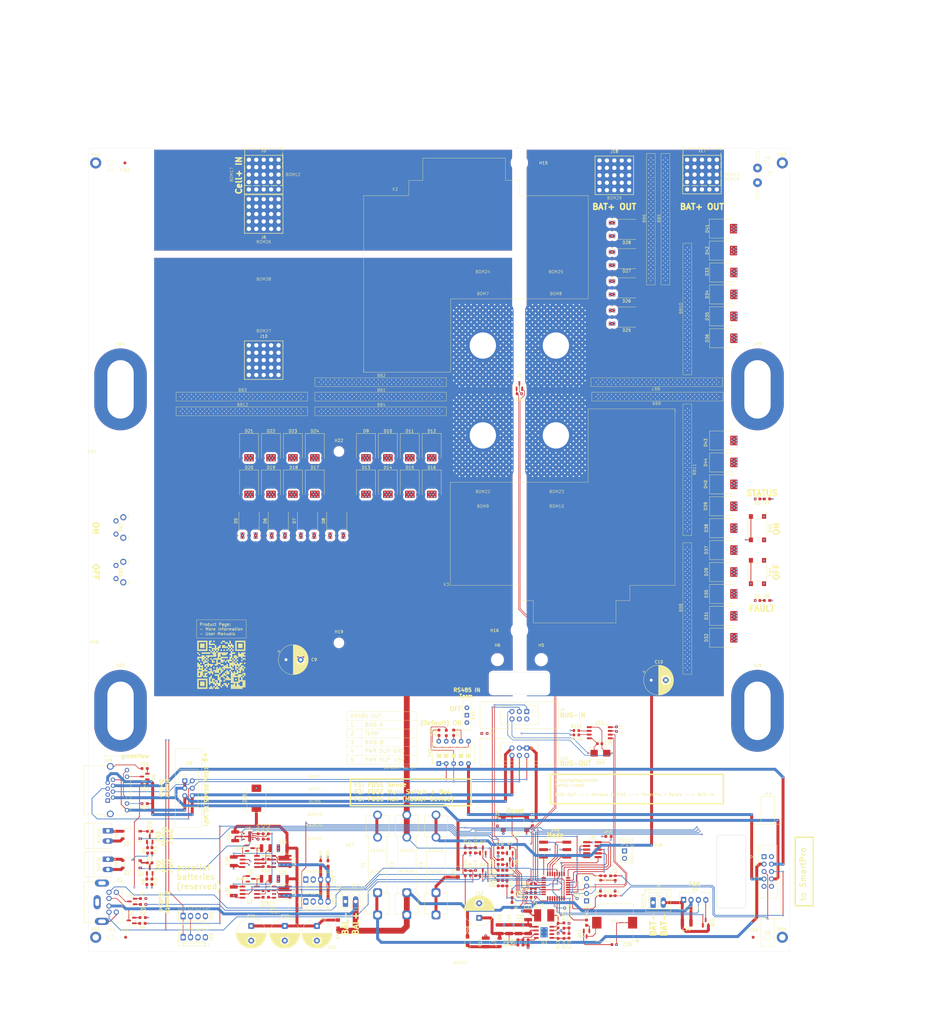
<source format=kicad_pcb>
(kicad_pcb
	(version 20241229)
	(generator "pcbnew")
	(generator_version "9.0")
	(general
		(thickness 1.627)
		(legacy_teardrops no)
	)
	(paper "A2" portrait)
	(layers
		(0 "F.Cu" signal)
		(4 "In1.Cu" signal)
		(6 "In2.Cu" signal)
		(8 "In3.Cu" signal)
		(10 "In4.Cu" signal)
		(2 "B.Cu" signal)
		(9 "F.Adhes" user "F.Adhesive")
		(11 "B.Adhes" user "B.Adhesive")
		(13 "F.Paste" user)
		(15 "B.Paste" user)
		(5 "F.SilkS" user "F.Silkscreen")
		(7 "B.SilkS" user "B.Silkscreen")
		(1 "F.Mask" user)
		(3 "B.Mask" user)
		(17 "Dwgs.User" user "User.Drawings")
		(19 "Cmts.User" user "User.Comments")
		(21 "Eco1.User" user "User.Eco1")
		(23 "Eco2.User" user "User.Eco2")
		(25 "Edge.Cuts" user)
		(27 "Margin" user)
		(31 "F.CrtYd" user "F.Courtyard")
		(29 "B.CrtYd" user "B.Courtyard")
		(35 "F.Fab" user)
		(33 "B.Fab" user)
		(39 "User.1" user)
		(41 "User.2" user)
		(43 "User.3" user)
		(45 "User.4" user)
		(47 "User.5" user)
		(49 "User.6" user)
		(51 "User.7" user)
		(53 "User.8" user)
		(55 "User.9" user)
	)
	(setup
		(stackup
			(layer "F.SilkS"
				(type "Top Silk Screen")
			)
			(layer "F.Paste"
				(type "Top Solder Paste")
			)
			(layer "F.Mask"
				(type "Top Solder Mask")
				(thickness 0.01)
			)
			(layer "F.Cu"
				(type "copper")
				(thickness 0.07)
			)
			(layer "dielectric 1"
				(type "prepreg")
				(thickness 0.1)
				(material "FR4")
				(epsilon_r 4.5)
				(loss_tangent 0.02)
			)
			(layer "In1.Cu"
				(type "copper")
				(thickness 0.07)
			)
			(layer "dielectric 2"
				(type "core")
				(thickness 0.4785)
				(material "FR4")
				(epsilon_r 4.5)
				(loss_tangent 0.02)
			)
			(layer "In2.Cu"
				(type "copper")
				(thickness 0.07)
			)
			(layer "dielectric 3"
				(type "prepreg")
				(thickness 0.1)
				(material "FR4")
				(epsilon_r 4.5)
				(loss_tangent 0.02)
			)
			(layer "In3.Cu"
				(type "copper")
				(thickness 0.035)
			)
			(layer "dielectric 4"
				(type "core")
				(thickness 0.4785)
				(material "FR4")
				(epsilon_r 4.5)
				(loss_tangent 0.02)
			)
			(layer "In4.Cu"
				(type "copper")
				(thickness 0.035)
			)
			(layer "dielectric 5"
				(type "prepreg")
				(thickness 0.1)
				(material "FR4")
				(epsilon_r 4.5)
				(loss_tangent 0.02)
			)
			(layer "B.Cu"
				(type "copper")
				(thickness 0.07)
			)
			(layer "B.Mask"
				(type "Bottom Solder Mask")
				(thickness 0.01)
			)
			(layer "B.Paste"
				(type "Bottom Solder Paste")
			)
			(layer "B.SilkS"
				(type "Bottom Silk Screen")
			)
			(copper_finish "None")
			(dielectric_constraints no)
		)
		(pad_to_mask_clearance 0)
		(allow_soldermask_bridges_in_footprints no)
		(tenting front back)
		(aux_axis_origin 53 395)
		(grid_origin 173 120)
		(pcbplotparams
			(layerselection 0x00000000_00000000_55555555_5755f5ff)
			(plot_on_all_layers_selection 0x00000000_00000000_00000000_00000000)
			(disableapertmacros no)
			(usegerberextensions no)
			(usegerberattributes yes)
			(usegerberadvancedattributes yes)
			(creategerberjobfile yes)
			(dashed_line_dash_ratio 12.000000)
			(dashed_line_gap_ratio 3.000000)
			(svgprecision 4)
			(plotframeref no)
			(mode 1)
			(useauxorigin no)
			(hpglpennumber 1)
			(hpglpenspeed 20)
			(hpglpendiameter 15.000000)
			(pdf_front_fp_property_popups yes)
			(pdf_back_fp_property_popups yes)
			(pdf_metadata yes)
			(pdf_single_document no)
			(dxfpolygonmode yes)
			(dxfimperialunits yes)
			(dxfusepcbnewfont yes)
			(psnegative no)
			(psa4output no)
			(plot_black_and_white yes)
			(sketchpadsonfab no)
			(plotpadnumbers no)
			(hidednponfab no)
			(sketchdnponfab yes)
			(crossoutdnponfab yes)
			(subtractmaskfromsilk no)
			(outputformat 1)
			(mirror no)
			(drillshape 1)
			(scaleselection 1)
			(outputdirectory "")
		)
	)
	(net 0 "")
	(net 1 "GND")
	(net 2 "Net-(D48-K)")
	(net 3 "VCC")
	(net 4 "Net-(Q3-B)")
	(net 5 "/Ub_FUSED")
	(net 6 "Net-(D3-K)")
	(net 7 "Net-(U3-VIN)")
	(net 8 "/BMS_OK")
	(net 9 "Net-(D46-K)")
	(net 10 "Net-(U3-BST)")
	(net 11 "Net-(U3-SW)")
	(net 12 "Net-(J20-~{RESET})")
	(net 13 "Net-(Q4-B)")
	(net 14 "Net-(U3-FB)")
	(net 15 "/B")
	(net 16 "/A")
	(net 17 "Net-(D1-K)")
	(net 18 "/BTN_ON")
	(net 19 "/BTN_OFF")
	(net 20 "/control/SWCLK")
	(net 21 "Net-(D2-K)")
	(net 22 "Net-(Q5-B)")
	(net 23 "/control/SWDIO")
	(net 24 "Net-(D3-A)")
	(net 25 "Net-(Q1-B)")
	(net 26 "/LVP")
	(net 27 "/OVP")
	(net 28 "Net-(Q2-B)")
	(net 29 "Net-(Q6-B)")
	(net 30 "/LED_ERROR")
	(net 31 "/LED_ON")
	(net 32 "Net-(D4-A)")
	(net 33 "/BMS_OK_PROTECTED")
	(net 34 "/control/R2")
	(net 35 "/control/R1")
	(net 36 "/control/BTN_OFF")
	(net 37 "/control/BTN_ON")
	(net 38 "Net-(BZ1--)")
	(net 39 "Net-(Q8-B)")
	(net 40 "Net-(C21-Pad1)")
	(net 41 "Net-(D47-K)")
	(net 42 "/~{OC_FAULT}")
	(net 43 "/LVP_IN")
	(net 44 "/OVP_IN")
	(net 45 "Net-(D4-K)")
	(net 46 "/BAT+_IN")
	(net 47 "/BAT+_SI")
	(net 48 "/BAT+_OUT")
	(net 49 "/B_OUT")
	(net 50 "/A_OUT")
	(net 51 "/GND_OUT")
	(net 52 "/+5V_OUT")
	(net 53 "/~{OC_FAULT_PROTECTED}")
	(net 54 "Net-(J8-Pin_2)")
	(net 55 "Net-(J8-Pin_1)")
	(net 56 "Net-(D53-K)")
	(net 57 "Net-(J9-Pin_1)")
	(net 58 "Net-(J14-Pin_3)")
	(net 59 "Net-(Q2-C)")
	(net 60 "Net-(Q2-E)")
	(net 61 "Net-(Q1-C)")
	(net 62 "Net-(Q3-E)")
	(net 63 "Net-(Q1-E)")
	(net 64 "Net-(Q4-E)")
	(net 65 "Net-(Q7-B)")
	(net 66 "Net-(J19-Pad10)")
	(net 67 "Net-(Q9-C)")
	(net 68 "Net-(J9-Pin_2)")
	(net 69 "Net-(SW1-A)")
	(net 70 "Net-(U3-EN{slash}UVLO)")
	(net 71 "Net-(U3-RON)")
	(net 72 "unconnected-(J12-Pin_3-Pad3)")
	(net 73 "unconnected-(J12-Pin_4-Pad4)")
	(net 74 "unconnected-(J13-Pin_3-Pad3)")
	(net 75 "unconnected-(J13-Pin_4-Pad4)")
	(net 76 "/VCC_FROM_SmartPro")
	(net 77 "unconnected-(SW1-C-Pad2)")
	(net 78 "unconnected-(U3-PGOOD-Pad6)")
	(net 79 "/control/ADC1_IN3_U_IN")
	(net 80 "/control/ADC1_IN4_U_OUT")
	(net 81 "/control/USART1_RX")
	(net 82 "/control/USART1_TX")
	(net 83 "/control/buzzer")
	(net 84 "unconnected-(J20-KEY-Pad7)")
	(net 85 "unconnected-(J22-Pin_2-Pad2)")
	(net 86 "/control/FAN_TACHO")
	(net 87 "Net-(M1-PWM)")
	(net 88 "/control/FAN_PWM")
	(net 89 "unconnected-(J22-Pin_1-Pad1)")
	(net 90 "/control/tempsensor")
	(net 91 "5V3_FROM_SmartPro")
	(net 92 "unconnected-(J23-Pin_1-Pad1)")
	(net 93 "unconnected-(J23-Pin_2-Pad2)")
	(net 94 "Net-(Q9-E)")
	(net 95 "Net-(Q9-B)")
	(net 96 "+10V")
	(net 97 "Net-(Q13A-G)")
	(net 98 "Net-(Q13B-G)")
	(net 99 "Net-(R20-Pad2)")
	(net 100 "Net-(R21-Pad2)")
	(net 101 "Net-(R22-Pad2)")
	(net 102 "Net-(Q11-B)")
	(net 103 "Net-(U6-ADJ)")
	(net 104 "Net-(Q12A-G)")
	(net 105 "Net-(Q12B-G)")
	(net 106 "Net-(U7-HO)")
	(net 107 "Net-(U7-LO)")
	(net 108 "/48VRelais/EN")
	(net 109 "/48VRelais/Relais1")
	(net 110 "Net-(U8-HO)")
	(net 111 "/48VRelais/Relais2")
	(net 112 "Net-(U8-LO)")
	(net 113 "Net-(U4-PB7)")
	(net 114 "Net-(U4-PB8)")
	(net 115 "Net-(R42-Pad2)")
	(net 116 "Net-(U4-PB9)")
	(net 117 "Net-(U4-PB6)")
	(net 118 "Net-(U4-PA11)")
	(net 119 "/48VRelais/RELAIS_RESET")
	(net 120 "/48VRelais/RELAIS_SET")
	(net 121 "unconnected-(H23-Pad1)")
	(net 122 "unconnected-(H23-Pad1)_1")
	(net 123 "unconnected-(H24-Pad1)")
	(net 124 "unconnected-(H24-Pad1)_1")
	(net 125 "unconnected-(H25-Pad1)")
	(net 126 "unconnected-(H25-Pad1)_1")
	(net 127 "unconnected-(H26-Pad1)")
	(net 128 "unconnected-(H26-Pad1)_1")
	(net 129 "unconnected-(H11-Pad1)")
	(net 130 "unconnected-(H12-Pad1)")
	(net 131 "unconnected-(H13-Pad1)")
	(net 132 "unconnected-(H14-Pad1)")
	(net 133 "unconnected-(D48-NC-Pad2)")
	(net 134 "unconnected-(D53-NC-Pad2)")
	(net 135 "Net-(D45-A)")
	(net 136 "Net-(D45-K)")
	(net 137 "Net-(U11-A)")
	(net 138 "Net-(U11-B)")
	(net 139 "Net-(U4-PA5)")
	(net 140 "/VDD_RS485")
	(net 141 "/GND_RS485")
	(footprint "Package_SO:SO-4_4.4x4.3mm_P2.54mm" (layer "F.Cu") (at 67.75 365 180))
	(footprint "myHoles:MountingHole9mmSlot" (layer "F.Cu") (at 64 202.5))
	(footprint "Diode_SMD:D_SMC" (layer "F.Cu") (at 270.5 235))
	(footprint "Diode_SMD:D_SMC" (layer "F.Cu") (at 115.5 222.5 -90))
	(footprint "Resistor_SMD:R_0603_1608Metric_Pad0.98x0.95mm_HandSolder" (layer "F.Cu") (at 113.72375 365.8 180))
	(footprint "Diode_SMD:D_SMC" (layer "F.Cu") (at 155.5 235 -90))
	(footprint "Connector:FanPinHeader_1x04_P2.54mm_Vertical" (layer "F.Cu") (at 256.7 377.2))
	(footprint "Capacitor_SMD:C_0603_1608Metric" (layer "F.Cu") (at 193.25 364.25 90))
	(footprint "MountingHole:MountingHole_4mm" (layer "F.Cu") (at 193 295))
	(footprint "Capacitor_SMD:C_1210_3225Metric" (layer "F.Cu") (at 102.75 364 -90))
	(footprint "myConnector:IDC-Header_2x03_P2.54mm_Vertical_latch" (layer "F.Cu") (at 203.04 325.25 -90))
	(footprint "Resistor_SMD:R_0603_1608Metric_Pad0.98x0.95mm_HandSolder" (layer "F.Cu") (at 188.54 320.2525 180))
	(footprint "Capacitor_SMD:C_0603_1608Metric" (layer "F.Cu") (at 193.25 360.25 90))
	(footprint "Button_Switch_SMD:SW_SPST_Omron_B3FS-100xP" (layer "F.Cu") (at 282 265 -90))
	(footprint "Diode_SMD:D_SMC" (layer "F.Cu") (at 270.5 162.5))
	(footprint "LED_SMD:LED_0603_1608Metric" (layer "F.Cu") (at 74 353.75 180))
	(footprint "myPackage_SO:HSOP-8-1EP_3.9x4.9mm_P1.27mm_EP2.41x3.1mm_ThermalVias_0.3mm" (layer "F.Cu") (at 208.955 388.3))
	(footprint "Capacitor_SMD:C_0603_1608Metric" (layer "F.Cu") (at 183.75 368 90))
	(footprint "myConnector:SMD-BUSBAR_42x6x2_Kopie" (layer "F.Cu") (at 247.75 205 180))
	(footprint "MountingHole:MountingHole_5.5mm" (layer "F.Cu") (at 248 365))
	(footprint "myQR:qr_PowerPro_209_silkscreen"
		(layer "F.Cu")
		(uuid "0fdb1fdc-1192-4f06-82b8-eda5ee6260df")
		(at 98.5 296.75)
		(property "Reference" "GRAPHIC1"
			(at 0 9.75 0)
			(layer "F.SilkS")
			(hide yes)
			(uuid "5248746a-8292-44a9-a7f6-0f8f52ca8f67")
			(effects
				(font
					(size 1 1)
					(thickness 0.15)
				)
			)
		)
		(property "Value" "QR_Code"
			(at 0 -9.75 0)
			(layer "F.SilkS")
			(hide yes)
			(uuid "77ba2084-bb5a-4bcd-9719-ca418c4fc429")
			(effects
				(font
					(size 1 1)
					(thickness 0.15)
				)
			)
		)
		(property "Datasheet" ""
			(at 0 0 0)
			(layer "F.Fab")
			(hide yes)
			(uuid "410aa57f-e376-445a-8a51-9d8879d41a15")
			(effects
				(font
					(size 1.27 1.27)
					(thickness 0.15)
				)
			)
		)
		(property "Description" ""
			(at 0 0 0)
			(layer "F.Fab")
			(hide yes)
			(uuid "f86f0c8f-2545-4554-b0ce-109a1fd90cb1")
			(effects
				(font
					(size 1.27 1.27)
					(thickness 0.15)
				)
			)
		)
		(property "ECS Art#" "---"
			(at 0 0 0)
			(unlocked yes)
			(layer "F.Fab")
			(hide yes)
			(uuid "bdcbc141-6146-4dc5-84b6-38e71ceffd76")
			(effects
				(font
					(size 1 1)
					(thickness 0.15)
				)
			)
		)
		(property "HAN" "---"
			(at 0 0 0)
			(unlocked yes)
			(layer "F.Fab")
			(hide yes)
			(uuid "956e1e57-c3ac-46c1-99a1-a920f8ef8d87")
			(effects
				(font
					(size 1 1)
					(thickness 0.15)
				)
			)
		)
		(property "Hersteller" "---"
			(at 0 0 0)
			(unlocked yes)
			(layer "F.Fab")
			(hide yes)
			(uuid "9d8731be-9c04-408c-9dc0-cba7086bd0bd")
			(effects
				(font
					(size 1 1)
					(thickness 0.15)
				)
			)
		)
		(path "/ed5c3467-b27a-45f1-8f58-e67286f004f2/73341fae-641b-468b-9b43-cb68a809301b")
		(sheetname "/bom/")
		(sheetfile "bom.kicad_sch")
		(attr exclude_from_bom)
		(fp_rect
			(start -8.25 -8.25)
			(end -7.75 -7.75)
			(stroke
				(width 0)
				(type default)
			)
			(fill yes)
			(layer "F.SilkS")
			(uuid "ced088e0-3e70-4093-a9d1-abf34108f401")
		)
		(fp_rect
			(start -8.25 -7.75)
			(end -7.75 -7.25)
			(stroke
				(width 0)
				(type default)
			)
			(fill yes)
			(layer "F.SilkS")
			(uuid "23829c24-8d5b-4f1b-8687-438e8d7b5d90")
		)
		(fp_rect
			(start -8.25 -7.25)
			(end -7.75 -6.75)
			(stroke
				(width 0)
				(type default)
			)
			(fill yes)
			(layer "F.SilkS")
			(uuid "7e069f82-6121-4874-b387-193fe7adb167")
		)
		(fp_rect
			(start -8.25 -6.75)
			(end -7.75 -6.25)
			(stroke
				(width 0)
				(type default)
			)
			(fill yes)
			(layer "F.SilkS")
			(uuid "cab0dfae-149e-4aec-b477-71c63233ae41")
		)
		(fp_rect
			(start -8.25 -6.25)
			(end -7.75 -5.75)
			(stroke
				(width 0)
				(type default)
			)
			(fill yes)
			(layer "F.SilkS")
			(uuid "4143aa4f-060f-4a52-b05e-e09e34cdea85")
		)
		(fp_rect
			(start -8.25 -5.75)
			(end -7.75 -5.25)
			(stroke
				(width 0)
				(type default)
			)
			(fill yes)
			(layer "F.SilkS")
			(uuid "c4e5c11f-4df0-4b7d-9cd7-f817b0f21ad3")
		)
		(fp_rect
			(start -8.25 -5.25)
			(end -7.75 -4.75)
			(stroke
				(width 0)
				(type default)
			)
			(fill yes)
			(layer "F.SilkS")
			(uuid "4f48c4d2-3b94-461a-a739-bd282f8a9320")
		)
		(fp_rect
			(start -8.25 -4.25)
			(end -7.75 -3.75)
			(stroke
				(width 0)
				(type default)
			)
			(fill yes)
			(layer "F.SilkS")
			(uuid "128d345e-f4cc-4719-9dd5-d71a7072b842")
		)
		(fp_rect
			(start -8.25 -2.75)
			(end -7.75 -2.25)
			(stroke
				(width 0)
				(type default)
			)
			(fill yes)
			(layer "F.SilkS")
			(uuid "47759031-937b-45c7-a84e-ea068594812c")
		)
		(fp_rect
			(start -8.25 -2.25)
			(end -7.75 -1.75)
			(stroke
				(width 0)
				(type default)
			)
			(fill yes)
			(layer "F.SilkS")
			(uuid "99424603-d2ea-4183-85b0-d4dfba73541b")
		)
		(fp_rect
			(start -8.25 -0.75)
			(end -7.75 -0.25)
			(stroke
				(width 0)
				(type default)
			)
			(fill yes)
			(layer "F.SilkS")
			(uuid "0e984c91-db6e-4fe1-a14d-655afe025966")
		)
		(fp_rect
			(start -8.25 -0.25)
			(end -7.75 0.25)
			(stroke
				(width 0)
				(type default)
			)
			(fill yes)
			(layer "F.SilkS")
			(uuid "1af88721-a4d9-4bca-8db7-11d28234ce81")
		)
		(fp_rect
			(start -8.25 0.25)
			(end -7.75 0.75)
			(stroke
				(width 0)
				(type default)
			)
			(fill yes)
			(layer "F.SilkS")
			(uuid "a7c66d3f-5c5a-4b1b-a861-fe2d5979b937")
		)
		(fp_rect
			(start -8.25 1.25)
			(end -7.75 1.75)
			(stroke
				(width 0)
				(type default)
			)
			(fill yes)
			(layer "F.SilkS")
			(uuid "ae957d7a-cc9b-4071-a63e-67a94e62bd14")
		)
		(fp_rect
			(start -8.25 1.75)
			(end -7.75 2.25)
			(stroke
				(width 0)
				(type default)
			)
			(fill yes)
			(layer "F.SilkS")
			(uuid "63d14564-ea1d-4358-8e44-08ca78097e91")
		)
		(fp_rect
			(start -8.25 2.25)
			(end -7.75 2.75)
			(stroke
				(width 0)
				(type default)
			)
			(fill yes)
			(layer "F.SilkS")
			(uuid "c40e4167-5561-4633-a1b6-dbc9854d956a")
		)
		(fp_rect
			(start -8.25 2.75)
			(end -7.75 3.25)
			(stroke
				(width 0)
				(type default)
			)
			(fill yes)
			(layer "F.SilkS")
			(uuid "61db4527-4053-4e69-934c-242d9ea55d7b")
		)
		(fp_rect
			(start -8.25 3.25)
			(end -7.75 3.75)
			(stroke
				(width 0)
				(type default)
			)
			(fill yes)
			(layer "F.SilkS")
			(uuid "a528afef-cd90-444e-8830-821e1705dfc8")
		)
		(fp_rect
			(start -8.25 3.75)
			(end -7.75 4.25)
			(stroke
				(width 0)
				(type default)
			)
			(fill yes)
			(layer "F.SilkS")
			(uuid "ce2ecc3f-32df-4013-8ba2-5db37a69a68e")
		)
		(fp_rect
			(start -8.25 4.75)
			(end -7.75 5.25)
			(stroke
				(width 0)
				(type default)
			)
			(fill yes)
			(layer "F.SilkS")
			(uuid "889c601e-fe2b-43e9-9eaf-0263a459b9f0")
		)
		(fp_rect
			(start -8.25 5.25)
			(end -7.75 5.75)
			(stroke
				(width 0)
				(type default)
			)
			(fill yes)
			(layer "F.SilkS")
			(uuid "9838e3ba-c998-431f-b805-d0d962b51a4c")
		)
		(fp_rect
			(start -8.25 5.75)
			(end -7.75 6.25)
			(stroke
				(width 0)
				(type default)
			)
			(fill yes)
			(layer "F.SilkS")
			(uuid "19868ad1-09ff-4882-a102-75da179bd63a")
		)
		(fp_rect
			(start -8.25 6.25)
			(end -7.75 6.75)
			(stroke
				(width 0)
				(type default)
			)
			(fill yes)
			(layer "F.SilkS")
			(uuid "5feebeb9-1e39-4854-a11d-00ce2b4ecea3")
		)
		(fp_rect
			(start -8.25 6.75)
			(end -7.75 7.25)
			(stroke
				(width 0)
				(type default)
			)
			(fill yes)
			(layer "F.SilkS")
			(uuid "d33d36be-fd40-4332-b99c-a8565e099fbc")
		)
		(fp_rect
			(start -8.25 7.25)
			(end -7.75 7.75)
			(stroke
				(width 0)
				(type default)
			)
			(fill yes)
			(layer "F.SilkS")
			(uuid "d759f654-cd37-4549-8211-d4051a0b0127")
		)
		(fp_rect
			(start -8.25 7.75)
			(end -7.75 8.25)
			(stroke
				(width 0)
				(type default)
			)
			(fill yes)
			(layer "F.SilkS")
			(uuid "ddc5dcce-ca01-4ed4-b6fe-8d27231e7c43")
		)
		(fp_rect
			(start -7.75 -8.25)
			(end -7.25 -7.75)
			(stroke
				(width 0)
				(type default)
			)
			(fill yes)
			(layer "F.SilkS")
			(uuid "30730094-0775-4fec-8dc8-18cc13471d4d")
		)
		(fp_rect
			(start -7.75 -5.25)
			(end -7.25 -4.75)
			(stroke
				(width 0)
				(type default)
			)
			(fill yes)
			(layer "F.SilkS")
			(uuid "1dd19205-0e01-4be5-abb3-ff004b3f0aa9")
		)
		(fp_rect
			(start -7.75 -3.75)
			(end -7.25 -3.25)
			(stroke
				(width 0)
				(type default)
			)
			(fill yes)
			(layer "F.SilkS")
			(uuid "a4065cec-f61f-4003-9a06-8b425fa917bc")
		)
		(fp_rect
			(start -7.75 -2.75)
			(end -7.25 -2.25)
			(stroke
				(width 0)
				(type default)
			)
			(fill yes)
			(layer "F.SilkS")
			(uuid "cea86257-f189-41c6-a900-8c62850e8c11")
		)
		(fp_rect
			(start -7.75 -1.75)
			(end -7.25 -1.25)
			(stroke
				(width 0)
				(type default)
			)
			(fill yes)
			(layer "F.SilkS")
			(uuid "e72eb618-2f2a-4430-8e1f-5faf02454903")
		)
		(fp_rect
			(start -7.75 -0.25)
			(end -7.25 0.25)
			(stroke
				(width 0)
				(type default)
			)
			(fill yes)
			(layer "F.SilkS")
			(uuid "9e9ffbe6-dbbd-4cb2-a92d-be08a914719a")
		)
		(fp_rect
			(start -7.75 0.25)
			(end -7.25 0.75)
			(stroke
				(width 0)
				(type default)
			)
			(fill yes)
			(layer "F.SilkS")
			(uuid "9a97130d-5e92-4f54-b325-5c0aa905aa44")
		)
		(fp_rect
			(start -7.75 0.75)
			(end -7.25 1.25)
			(stroke
				(width 0)
				(type default)
			)
			(fill yes)
			(layer "F.SilkS")
			(uuid "0b5cd29b-6b6c-4428-8278-c899b63b9e61")
		)
		(fp_rect
			(start -7.75 1.25)
			(end -7.25 1.75)
			(stroke
				(width 0)
				(type default)
			)
			(fill yes)
			(layer "F.SilkS")
			(uuid "a91f66bb-2904-40ee-b38c-b2a8c9c5f117")
		)
		(fp_rect
			(start -7.75 2.25)
			(end -7.25 2.75)
			(stroke
				(width 0)
				(type default)
			)
			(fill yes)
			(layer "F.SilkS")
			(uuid "c8197d20-54c7-4eee-8ca2-a07f0ea3ee49")
		)
		(fp_rect
			(start -7.75 3.75)
			(end -7.25 4.25)
			(stroke
				(width 0)
				(type default)
			)
			(fill yes)
			(layer "F.SilkS")
			(uuid "6754d6f7-316c-4dd1-8798-bb8aeb38012d")
		)
		(fp_rect
			(start -7.75 4.75)
			(end -7.25 5.25)
			(stroke
				(width 0)
				(type default)
			)
			(fill yes)
			(layer "F.SilkS")
			(uuid "44ddb113-c351-4642-9754-3f4a8b13b427")
		)
		(fp_rect
			(start -7.75 7.75)
			(end -7.25 8.25)
			(stroke
				(width 0)
				(type default)
			)
			(fill yes)
			(layer "F.SilkS")
			(uuid "637e8f29-08d6-42c3-a03e-9b740289e73e")
		)
		(fp_rect
			(start -7.25 -8.25)
			(end -6.75 -7.75)
			(stroke
				(width 0)
				(type default)
			)
			(fill yes)
			(layer "F.SilkS")
			(uuid "19214cdc-4c3d-4061-a228-a08f5e71b1a5")
		)
		(fp_rect
			(start -7.25 -7.25)
			(end -6.75 -6.75)
			(stroke
				(width 0)
				(type default)
			)
			(fill yes)
			(layer "F.SilkS")
			(uuid "f1292a0c-0da9-4d89-97f3-f02b12e8c5cc")
		)
		(fp_rect
			(start -7.25 -6.75)
			(end -6.75 -6.25)
			(stroke
				(width 0)
				(type default)
			)
			(fill yes)
			(layer "F.SilkS")
			(uuid "f0e427ff-5445-4068-9c01-e44beb453397")
		)
		(fp_rect
			(start -7.25 -6.25)
			(end -6.75 -5.75)
			(stroke
				(width 0)
				(type default)
			)
			(fill yes)
			(layer "F.SilkS")
			(uuid "2d0ad52a-a329-4299-8ede-0d991b7d8f56")
		)
		(fp_rect
			(start -7.25 -5.25)
			(end -6.75 -4.75)
			(stroke
				(width 0)
				(type default)
			)
			(fill yes)
			(layer "F.SilkS")
			(uuid "c5af1a47-63b6-4496-875a-c6506369fa03")
		)
		(fp_rect
			(start -7.25 -2.75)
			(end -6.75 -2.25)
			(stroke
				(width 0)
				(type default)
			)
			(fill yes)
			(layer "F.SilkS")
			(uuid "f3c52b5d-02bb-4e49-b483-2bad369e405e")
		)
		(fp_rect
			(start -7.25 -0.75)
			(end -6.75 -0.25)
			(stroke
				(width 0)
				(type default)
			)
			(fill yes)
			(layer "F.SilkS")
			(uuid "ba735f57-cb3c-4c59-a635-74652a6ee392")
		)
		(fp_rect
			(start -7.25 0.25)
			(end -6.75 0.75)
			(stroke
				(width 0)
				(type default)
			)
			(fill yes)
			(layer "F.SilkS")
			(uuid "59d20cc7-ee0b-4e0f-ad20-428b6385cd77")
		)
		(fp_rect
			(start -7.25 1.25)
			(end -6.75 1.75)
			(stroke
				(width 0)
				(type default)
			)
			(fill yes)
			(layer "F.SilkS")
			(uuid "63312d76-4b59-4228-b64d-3d87e89b4c99")
		)
		(fp_rect
			(start -7.25 2.25)
			(end -6.75 2.75)
			(stroke
				(width 0)
				(type default)
			)
			(fill yes)
			(layer "F.SilkS")
			(uuid "20efc785-f512-40e1-8f10-6efc6a0540b4")
		)
		(fp_rect
			(start -7.25 2.75)
			(end -6.75 3.25)
			(stroke
				(width 0)
				(type default)
			)
			(fill yes)
			(layer "F.SilkS")
			(uuid "6609d86b-c352-48cc-8291-1ecec96c7f8d")
		)
		(fp_rect
			(start -7.25 3.25)
			(end -6.75 3.75)
			(stroke
				(width 0)
				(type default)
			)
			(fill yes)
			(layer "F.SilkS")
			(uuid "f60fb73f-997a-4508-ad9d-82b6bf98584c")
		)
		(fp_rect
			(start -7.25 3.75)
			(end -6.75 4.25)
			(stroke
				(width 0)
				(type default)
			)
			(fill yes)
			(layer "F.SilkS")
			(uuid "6540d100-c845-494a-88af-99cbea216323")
		)
		(fp_rect
			(start -7.25 4.75)
			(end -6.75 5.25)
			(stroke
				(width 0)
				(type default)
			)
			(fill yes)
			(layer "F.SilkS")
			(uuid "cc25c20d-bdc8-405b-8306-2706a91163f2")
		)
		(fp_rect
			(start -7.25 5.75)
			(end -6.75 6.25)
			(stroke
				(width 0)
				(type default)
			)
			(fill yes)
			(layer "F.SilkS")
			(uuid "606f0f0a-2de7-4deb-ba2d-e7635f680a15")
		)
		(fp_rect
			(start -7.25 6.25)
			(end -6.75 6.75)
			(stroke
				(width 0)
				(type default)
			)
			(fill yes)
			(layer "F.SilkS")
			(uuid "73c06146-4fdf-44e1-90c2-1c0ca9cbd524")
		)
		(fp_rect
			(start -7.25 6.75)
			(end -6.75 7.25)
			(stroke
				(width 0)
				(type default)
			)
			(fill yes)
			(layer "F.SilkS")
			(uuid "44221dc8-50e8-41dc-942e-9584ce001ca6")
		)
		(fp_rect
			(start -7.25 7.75)
			(end -6.75 8.25)
			(stroke
				(width 0)
				(type default)
			)
			(fill yes)
			(layer "F.SilkS")
			(uuid "b1a315d1-065d-4b28-a47b-909e8e6ca824")
		)
		(fp_rect
			(start -6.75 -8.25)
			(end -6.25 -7.75)
			(stroke
				(width 0)
				(type default)
			)
			(fill yes)
			(layer "F.SilkS")
			(uuid "a8cde4e5-36e7-47a1-9102-438c012faeee")
		)
		(fp_rect
			(start -6.75 -7.25)
			(end -6.25 -6.75)
			(stroke
				(width 0)
				(type default)
			)
			(fill yes)
			(layer "F.SilkS")
			(uuid "ff0f61d7-4274-40f7-bd38-a3f5a06339d5")
		)
		(fp_rect
			(start -6.75 -6.75)
			(end -6.25 -6.25)
			(stroke
				(width 0)
				(type default)
			)
			(fill yes)
			(layer "F.SilkS")
			(uuid "2316b667-0d7a-40f1-b248-32efeab3861d")
		)
		(fp_rect
			(start -6.75 -6.25)
			(end -6.25 -5.75)
			(stroke
				(width 0)
				(type default)
			)
			(fill yes)
			(layer "F.SilkS")
			(uuid "b9aa9911-8245-4e5f-8e39-7e63452505f8")
		)
		(fp_rect
			(start -6.75 -5.25)
			(end -6.25 -4.75)
			(stroke
				(width 0)
				(type default)
			)
			(fill yes)
			(layer "F.SilkS")
			(uuid "68702d70-3081-4a2d-b8fc-6d086253dc3f")
		)
		(fp_rect
			(start -6.75 -4.25)
			(end -6.25 -3.75)
			(stroke
				(width 0)
				(type default)
			)
			(fill yes)
			(layer "F.SilkS")
			(uuid "70b0564e-0c3d-4483-99ed-fe69adf38250")
		)
		(fp_rect
			(start -6.75 -3.25)
			(end -6.25 -2.75)
			(stroke
				(width 0)
				(type default)
			)
			(fill yes)
			(layer "F.SilkS")
			(uuid "b1d9286f-aae1-4a04-906f-19b7972cb4a5")
		)
		(fp_rect
			(start -6.75 -2.75)
			(end -6.25 -2.25)
			(stroke
				(width 0)
				(type default)
			)
			(fill yes)
			(layer "F.SilkS")
			(uuid "f663a019-f7dd-42ec-9d2b-99d9f00453f8")
		)
		(fp_rect
			(start -6.75 -2.25)
			(end -6.25 -1.75)
			(stroke
				(width 0)
				(type default)
			)
			(fill yes)
			(layer "F.SilkS")
			(uuid "8066b7d5-1208-434d-85fa-b5d7d8e2ec1f")
		)
		(fp_rect
			(start -6.75 -1.75)
			(end -6.25 -1.25)
			(stroke
				(width 0)
				(type default)
			)
			(fill yes)
			(layer "F.SilkS")
			(uuid "49e61c7b-1f94-43f3-a7c5-16ac83a8d7a6")
		)
		(fp_rect
			(start -6.75 0.25)
			(end -6.25 0.75)
			(stroke
				(width 0)
				(type default)
			)
			(fill yes)
			(layer "F.SilkS")
			(uuid "3557438b-74ff-42f0-8f0d-077dfb5622f9")
		)
		(fp_rect
			(start -6.75 0.75)
			(end -6.25 1.25)
			(stroke
				(width 0)
				(type default)
			)
			(fill yes)
			(layer "F.SilkS")
			(uuid "a4dd4d3c-92eb-44ce-b1d3-dd1f8790f05f")
		)
		(fp_rect
			(start -6.75 1.25)
			(end -6.25 1.75)
			(stroke
				(width 0)
				(type default)
			)
			(fill yes)
			(layer "F.SilkS")
			(uuid "5cc61381-26c9-49fe-ab21-fc66920144ff")
		)
		(fp_rect
			(start -6.75 1.75)
			(end -6.25 2.25)
			(stroke
				(width 0)
				(type default)
			)
			(fill yes)
			(layer "F.SilkS")
			(uuid "c0c42bf0-938a-4f5c-a691-07395d6c7fee")
		)
		(fp_rect
			(start -6.75 2.25)
			(end -6.25 2.75)
			(stroke
				(width 0)
				(type default)
			)
			(fill yes)
			(layer "F.SilkS")
			(uuid "d89eadeb-368e-4935-8e55-5152aa73bccf")
		)
		(fp_rect
			(start -6.75 2.75)
			(end -6.25 3.25)
			(stroke
				(width 0)
				(type default)
			)
			(fill yes)
			(layer "F.SilkS")
			(uuid "3b8edb82-ea3f-40f6-831b-2585a3329c70")
		)
		(fp_rect
			(start -6.75 3.25)
			(end -6.25 3.75)
			(stroke
				(width 0)
				(type default)
			)
			(fill yes)
			(layer "F.SilkS")
			(uuid "bdb640b4-c501-46de-8280-ec37141d49b7")
		)
		(fp_rect
			(start -6.75 4.75)
			(end -6.25 5.25)
			(stroke
				(width 0)
				(type default)
			)
			(fill yes)
			(layer "F.SilkS")
			(uuid "2fb43963-4df7-46b7-897d-fa6b0f9de670")
		)
		(fp_rect
			(start -6.75 5.75)
			(end -6.25 6.25)
			(stroke
				(width 0)
				(type default)
			)
			(fill yes)
			(layer "F.SilkS")
			(uuid "49142ff5-0712-42e7-ac38-15e07be2ad11")
		)
		(fp_rect
			(start -6.75 6.25)
			(end -6.25 6.75)
			(stroke
				(width 0)
				(type default)
			)
			(fill yes)
			(layer "F.SilkS")
			(uuid "0a4ce78e-1035-4c11-98b6-cc769f0752a1")
		)
		(fp_rect
			(start -6.75 6.75)
			(end -6.25 7.25)
			(stroke
				(width 0)
				(type default)
			)
			(fill yes)
			(layer "F.SilkS")
			(uuid "517bbbb1-f343-4089-ac88-d0ab7395b77c")
		)
		(fp_rect
			(start -6.75 7.75)
			(end -6.25 8.25)
			(stroke
				(width 0)
				(type default)
			)
			(fill yes)
			(layer "F.SilkS")
			(uuid "6f9b2c3f-c82b-412f-b2c1-e62d3b51b53f")
		)
		(fp_rect
			(start -6.25 -8.25)
			(end -5.75 -7.75)
			(stroke
				(width 0)
				(type default)
			)
			(fill yes)
			(layer "F.SilkS")
			(uuid "4a209218-4d30-42ec-9c10-31ce0d052081")
		)
		(fp_rect
			(start -6.25 -7.25)
			(end -5.75 -6.75)
			(stroke
				(width 0)
				(type default)
			)
			(fill yes)
			(layer "F.SilkS")
			(uuid "8970be56-00f2-4f94-8792-6bb31cc87db0")
		)
		(fp_rect
			(start -6.25 -6.75)
			(end -5.75 -6.25)
			(stroke
				(width 0)
				(type default)
			)
			(fill yes)
			(layer "F.SilkS")
			(uuid "56b5713e-9a17-4d90-acfc-711819b2a882")
		)
		(fp_rect
			(start -6.25 -6.25)
			(end -5.75 -5.75)
			(stroke
				(width 0)
				(type default)
			)
			(fill yes)
			(layer "F.SilkS")
			(uuid "96716521-961d-4cc6-a9c5-30ad661b2bca")
		)
		(fp_rect
			(start -6.25 -5.25)
			(end -5.75 -4.75)
			(stroke
				(width 0)
				(type default)
			)
			(fill yes)
			(layer "F.SilkS")
			(uuid "ae77da63-0fc9-4383-a827-b3a70acc4b3b")
		)
		(fp_rect
			(start -6.25 -4.25)
			(end -5.75 -3.75)
			(stroke
				(width 0)
				(type default)
			)
			(fill yes)
			(layer "F.SilkS")
			(uuid "0a987c93-225c-4d48-8b12-e04f89eb9be8")
		)
		(fp_rect
			(start -6.25 -3.25)
			(end -5.75 -2.75)
			(stroke
				(width 0)
				(type default)
			)
			(fill yes)
			(layer "F.SilkS")
			(uuid "c891f395-1fba-4ca6-8e2a-c20a92a7359c")
		)
		(fp_rect
			(start -6.25 -2.75)
			(end -5.75 -2.25)
			(stroke
				(width 0)
				(type default)
			)
			(fill yes)
			(layer "F.SilkS")
			(uuid "f1c37ad8-6554-44c7-9790-9bee36f7a11f")
		)
		(fp_rect
			(start -6.25 -2.25)
			(end -5.75 -1.75)
			(stroke
				(width 0)
				(type default)
			)
			(fill yes)
			(layer "F.SilkS")
			(uuid "b9b150bd-57b4-4091-83ce-d387781937d8")
		)
		(fp_rect
			(start -6.25 -1.25)
			(end -5.75 -0.75)
			(stroke
				(width 0)
				(type default)
			)
			(fill yes)
			(layer "F.SilkS")
			(uuid "5b5f76ea-5fbf-45cc-96f0-ac6b06e4bf59")
		)
		(fp_rect
			(start -6.25 -0.75)
			(end -5.75 -0.25)
			(stroke
				(width 0)
				(type default)
			)
			(fill yes)
			(layer "F.SilkS")
			(uuid "fe7528e1-edec-49e7-9a65-b8f20ec4e8ff")
		)
		(fp_rect
			(start -6.25 1.75)
			(end -5.75 2.25)
			(stroke
				(width 0)
				(type default)
			)
			(fill yes)
			(layer "F.SilkS")
			(uuid "3888c7cc-0791-4d36-959a-33905c6e56d2")
		)
		(fp_rect
			(start -6.25 3.75)
			(end -5.75 4.25)
			(stroke
				(width 0)
				(type default)
			)
			(fill yes)
			(layer "F.SilkS")
			(uuid "411c6527-d2b7-4045-b4e8-c7bdafae6f14")
		)
		(fp_rect
			(start -6.25 4.75)
			(end -5.75 5.25)
			(stroke
				(width 0)
				(type default)
			)
			(fill yes)
			(layer "F.SilkS")
			(uuid "ae1baeeb-5535-4e26-8137-e6fe0b1246c9")
		)
		(fp_rect
			(start -6.25 5.75)
			(end -5.75 6.25)
			(stroke
				(width 0)
				(type default)
			)
			(fill yes)
			(layer "F.SilkS")
			(uuid "f35ffe85-9271-4043-9a59-917d9e5089ce")
		)
		(fp_rect
			(start -6.25 6.25)
			(end -5.75 6.75)
			(stroke
				(width 0)
				(type default)
			)
			(fill yes)
			(layer "F.SilkS")
			(uuid "2913d1f0-88ec-4d72-9c55-43425d9b0c1b")
		)
		(fp_rect
			(start -6.25 6.75)
			(end -5.75 7.25)
			(stroke
				(width 0)
				(type default)
			)
			(fill yes)
			(layer "F.SilkS")
			(uuid "170c59b5-e944-421d-9dea-bed41d948bd0")
		)
		(fp_rect
			(start -6.25 7.75)
			(end -5.75 8.25)
			(stroke
				(width 0)
				(type default)
			)
			(fill yes)
			(layer "F.SilkS")
			(uuid "2c928df0-d8ee-4782-a1fe-46349e87779f")
		)
		(fp_rect
			(start -5.75 -8.25)
			(end -5.25 -7.75)
			(stroke
				(width 0)
				(type default)
			)
			(fill yes)
			(layer "F.SilkS")
			(uuid "8dae93ad-7c0d-43cc-bdb4-b7d2f94cfa98")
		)
		(fp_rect
			(start -5.75 -5.25)
			(end -5.25 -4.75)
			(stroke
				(width 0)
				(type default)
			)
			(fill yes)
			(layer "F.SilkS")
			(uuid "41d353ce-5bc9-4490-b0c9-398efd438af1")
		)
		(fp_rect
			(start -5.75 -4.25)
			(end -5.25 -3.75)
			(stroke
				(width 0)
				(type default)
			)
			(fill yes)
			(layer "F.SilkS")
			(uuid "83506d3d-25ca-4e7e-ac63-9b215ab0d3d0")
		)
		(fp_rect
			(start -5.75 -2.75)
			(end -5.25 -2.25)
			(stroke
				(width 0)
				(type default)
			)
			(fill yes)
			(layer "F.SilkS")
			(uuid "4940ea41-3de8-4062-b679-2116fee28032")
		)
		(fp_rect
			(start -5.75 -1.75)
			(end -5.25 -1.25)
			(stroke
				(width 0)
				(type default)
			)
			(fill yes)
			(layer "F.SilkS")
			(uuid "6db008c2-4110-46b5-bc55-56cd533aec8e")
		)
		(fp_rect
			(start -5.75 -1.25)
			(end -5.25 -0.75)
			(stroke
				(width 0)
				(type default)
			)
			(fill yes)
			(layer "F.SilkS")
			(uuid "98c01b7b-4701-4cac-a779-98a62cd3def1")
		)
		(fp_rect
			(start -5.75 -0.25)
			(end -5.25 0.25)
			(stroke
				(width 0)
				(type default)
			)
			(fill yes)
			(layer "F.SilkS")
			(uuid "fe2e79ba-b363-4d16-a0cc-ad41781923f1")
		)
		(fp_rect
			(start -5.75 0.25)
			(end -5.25 0.75)
			(stroke
				(width 0)
				(type default)
			)
			(fill yes)
			(layer "F.SilkS")
			(uuid "5ae1d7e5-4395-42f9-95ad-757f123146e2")
		)
		(fp_rect
			(start -5.75 1.25)
			(end -5.25 1.75)
			(stroke
				(width 0)
				(type default)
			)
			(fill yes)
			(layer "F.SilkS")
			(uuid "90e4e58c-7721-4e7e-a941-6031332814bd")
		)
		(fp_rect
			(start -5.75 1.75)
			(end -5.25 2.25)
			(stroke
				(width 0)
				(type default)
			)
			(fill yes)
			(layer "F.SilkS")
			(uuid "56b64eaa-943e-4654-8e21-4c83936ef117")
		)
		(fp_rect
			(start -5.75 2.75)
			(end -5.25 3.25)
			(stroke
				(width 0)
				(type default)
			)
			(fill yes)
			(layer "F.SilkS")
			(uuid "8c04ebe2-b411-4f1e-9bce-9908b31ae2f4")
		)
		(fp_rect
			(start -5.75 3.25)
			(end -5.25 3.75)
			(stroke
				(width 0)
				(type default)
			)
			(fill yes)
			(layer "F.SilkS")
			(uuid "836ad4e6-690d-45e9-8340-8a8b0167f41f")
		)
		(fp_rect
			(start -5.75 3.75)
			(end -5.25 4.25)
			(stroke
				(width 0)
				(type default)
			)
			(fill yes)
			(layer "F.SilkS")
			(uuid "64dd57c0-f651-455d-ae5e-504337f79b2d")
		)
		(fp_rect
			(start -5.75 4.75)
			(end -5.25 5.25)
			(stroke
				(width 0)
				(type default)
			)
			(fill yes)
			(layer "F.SilkS")
			(uuid "cf61dde8-db55-41a7-864c-d4c78cf6a3f0")
		)
		(fp_rect
			(start -5.75 7.75)
			(end -5.25 8.25)
			(stroke
				(width 0)
				(type default)
			)
			(fill yes)
			(layer "F.SilkS")
			(uuid "2e617cbf-274f-497c-a8aa-f852a3b2802d")
		)
		(fp_rect
			(start -5.25 -8.25)
			(end -4.75 -7.75)
			(stroke
				(width 0)
				(type default)
			)
			(fill yes)
			(layer "F.SilkS")
			(uuid "05993e74-d81b-448e-8372-1ab221d6f244")
		)
		(fp_rect
			(start -5.25 -7.75)
			(end -4.75 -7.25)
			(stroke
				(width 0)
				(type default)
			)
			(fill yes)
			(layer "F.SilkS")
			(uuid "0d7ce107-2200-49f8-b07f-8b4b1247fc4c")
		)
		(fp_rect
			(start -5.25 -7.25)
			(end -4.75 -6.75)
			(stroke
				(width 0)
				(type default)
			)
			(fill yes)
			(layer "F.SilkS")
			(uuid "c62e505d-a192-42e9-b8a0-6275c401b4a2")
		)
		(fp_rect
			(start -5.25 -6.75)
			(end -4.75 -6.25)
			(stroke
				(width 0)
				(type default)
			)
			(fill yes)
			(layer "F.SilkS")
			(uuid "f9c006f0-5593-4f50-ac64-b02c67a67765")
		)
		(fp_rect
			(start -5.25 -6.25)
			(end -4.75 -5.75)
			(stroke
				(width 0)
				(type default)
			)
			(fill yes)
			(layer "F.SilkS")
			(uuid "86f2abf3-bda5-4831-8637-19b6638bda03")
		)
		(fp_rect
			(start -5.25 -5.75)
			(end -4.75 -5.25)
			(stroke
				(width 0)
				(type default)
			)
			(fill yes)
			(layer "F.SilkS")
			(uuid "9d63da3f-6817-400a-b670-616d3bdf0057")
		)
		(fp_rect
			(start -5.25 -5.25)
			(end -4.75 -4.75)
			(stroke
				(width 0)
				(type default)
			)
			(fill yes)
			(layer "F.SilkS")
			(uuid "0bc859c3-59c7-4305-91b1-40fc0d7c0596")
		)
		(fp_rect
			(start -5.25 -4.25)
			(end -4.75 -3.75)
			(stroke
				(width 0)
				(type default)
			)
			(fill yes)
			(layer "F.SilkS")
			(uuid "8aca2c17-f6ed-4184-97ce-963baa28e870")
		)
		(fp_rect
			(start -5.25 -3.25)
			(end -4.75 -2.75)
			(stroke
				(width 0)
				(type default)
			)
			(fill yes)
			(layer "F.SilkS")
			(uuid "16bf505e-5b8f-492e-8637-7e3f227c5940")
		)
		(fp_rect
			(start -5.25 -2.25)
			(end -4.75 -1.75)
			(stroke
				(width 0)
				(type default)
			)
			(fill yes)
			(layer "F.SilkS")
			(uuid "83338266-7a8c-4547-8e62-9320888df283")
		)
		(fp_rect
			(start -5.25 -1.25)
			(end -4.75 -0.75)
			(stroke
				(width 0)
				(type default)
			)
			(fill yes)
			(layer "F.SilkS")
			(uuid "676f6661-7bd7-4fbc-b678-fefa55e5fe44")
		)
		(fp_rect
			(start -5.25 -0.25)
			(end -4.75 0.25)
			(stroke
				(width 0)
				(type default)
			)
			(fill yes)
			(layer "F.SilkS")
			(uuid "387d2c4f-fbff-494f-b8f6-2bc7d4e0f00e")
		)
		(fp_rect
			(start -5.25 0.75)
			(end -4.75 1.25)
			(stroke
				(width 0)
				(type default)
			)
			(fill yes)
			(layer "F.SilkS")
			(uuid "a7984b3b-9356-45ef-9659-148050cc6696")
		)
		(fp_rect
			(start -5.25 1.75)
			(end -4.75 2.25)
			(stroke
				(width 0)
				(type default)
			)
			(fill yes)
			(layer "F.SilkS")
			(uuid "a05d7db5-8faa-4f84-adbd-616b95eeb2f3")
		)
		(fp_rect
			(start -5.25 2.75)
			(end -4.75 3.25)
			(stroke
				(width 0)
				(type default)
			)
			(fill yes)
			(layer "F.SilkS")
			(uuid "76a99269-0641-41d5-996a-b29bad5c950c")
		)
		(fp_rect
			(start -5.25 3.75)
			(end -4.75 4.25)
			(stroke
				(width 0)
				(type default)
			)
			(fill yes)
			(layer "F.SilkS")
			(uuid "dce59e3c-2526-4b2b-90b5-b13c9f00ccec")
		)
		(fp_rect
			(start -5.25 4.75)
			(end -4.75 5.25)
			(stroke
				(width 0)
				(type default)
			)
			(fill yes)
			(layer "F.SilkS")
			(uuid "06942691-b242-4735-a660-bdab84b8df62")
		)
		(fp_rect
			(start -5.25 5.25)
			(end -4.75 5.75)
			(stroke
				(width 0)
				(type default)
			)
			(fill yes)
			(layer "F.SilkS")
			(uuid "a4d2e9f2-2fb8-40c5-8c08-12cde9cb39be")
		)
		(fp_rect
			(start -5.25 5.75)
			(end -4.75 6.25)
			(stroke
				(width 0)
				(type default)
			)
			(fill yes)
			(layer "F.SilkS")
			(uuid "1de0284c-211a-442c-b25a-3f21dd21cd50")
		)
		(fp_rect
			(start -5.25 6.25)
			(end -4.75 6.75)
			(stroke
				(width 0)
				(type default)
			)
			(fill yes)
			(layer "F.SilkS")
			(uuid "0ab45783-eeac-46b8-84dd-5a9181261a41")
		)
		(fp_rect
			(start -5.25 6.75)
			(end -4.75 7.25)
			(stroke
				(width 0)
				(type default)
			)
			(fill yes)
			(layer "F.SilkS")
			(uuid "5531cfeb-5d03-4b72-a036-7c859ac4a977")
		)
		(fp_rect
			(start -5.25 7.25)
			(end -4.75 7.75)
			(stroke
				(width 0)
				(type default)
			)
			(fill yes)
			(layer "F.SilkS")
			(uuid "13f3b08f-dbb3-49fd-b225-f83288f4085c")
		)
		(fp_rect
			(start -5.25 7.75)
			(end -4.75 8.25)
			(stroke
				(width 0)
				(type default)
			)
			(fill yes)
			(layer "F.SilkS")
			(uuid "ae5312a1-d140-456f-8dd3-943031e232e6")
		)
		(fp_rect
			(start -4.75 -4.25)
			(end -4.25 -3.75)
			(stroke
				(width 0)
				(type default)
			)
			(fill yes)
			(layer "F.SilkS")
			(uuid "2894e988-7a12-495e-aa6d-2dc9fa6d652b")
		)
		(fp_rect
			(start -4.75 -3.25)
			(end -4.25 -2.75)
			(stroke
				(width 0)
				(type default)
			)
			(fill yes)
			(layer "F.SilkS")
			(uuid "b2e4ad7e-c7b2-41d9-b6ff-6ccffb687456")
		)
		(fp_rect
			(start -4.75 -2.75)
			(end -4.25 -2.25)
			(stroke
				(width 0)
				(type default)
			)
			(fill yes)
			(layer "F.SilkS")
			(uuid "b1e7b73f-434f-401d-b3d6-43c6c5120835")
		)
		(fp_rect
			(start -4.75 -1.75)
			(end -4.25 -1.25)
			(stroke
				(width 0)
				(type default)
			)
			(fill yes)
			(layer "F.SilkS")
			(uuid "ebd09c73-fe99-4a0e-a088-01fa766770a9")
		)
		(fp_rect
			(start -4.75 -0.75)
			(end -4.25 -0.25)
			(stroke
				(width 0)
				(type default)
			)
			(fill yes)
			(layer "F.SilkS")
			(uuid "42f003ad-dc1e-421f-9367-50b14fc7f0bc")
		)
		(fp_rect
			(start -4.75 -0.25)
			(end -4.25 0.25)
			(stroke
				(width 0)
				(type default)
			)
			(fill yes)
			(layer "F.SilkS")
			(uuid "a43e4c50-395d-4c58-85a4-8056e150c930")
		)
		(fp_rect
			(start -4.75 0.25)
			(end -4.25 0.75)
			(stroke
				(width 0)
				(type default)
			)
			(fill yes)
			(layer "F.SilkS")
			(uuid "a52419b9-6495-447d-90cc-42e85ac0cab9")
		)
		(fp_rect
			(start -4.75 2.25)
			(end -4.25 2.75)
			(stroke
				(width 0)
				(type default)
			)
			(fill yes)
			(layer "F.SilkS")
			(uuid "180a0b16-d928-43b6-b11c-7f6de62fa0a8")
		)
		(fp_rect
			(start -4.25 -8.25)
			(end -3.75 -7.75)
			(stroke
				(width 0)
				(type default)
			)
			(fill yes)
			(layer "F.SilkS")
			(uuid "ba0e600b-e20b-4ac2-a760-30931d3751d0")
		)
		(fp_rect
			(start -4.25 -7.75)
			(end -3.75 -7.25)
			(stroke
				(width 0)
				(type default)
			)
			(fill yes)
			(layer "F.SilkS")
			(uuid "7432b24e-db79-40d3-a58e-96f5c9d91772")
		)
		(fp_rect
			(start -4.25 -7.25)
			(end -3.75 -6.75)
			(stroke
				(width 0)
				(type default)
			)
			(fill yes)
			(layer "F.SilkS")
			(uuid "6681ee32-ee09-4bf3-b842-9938c64dafa8")
		)
		(fp_rect
			(start -4.25 -6.25)
			(end -3.75 -5.75)
			(stroke
				(width 0)
				(type default)
			)
			(fill yes)
			(layer "F.SilkS")
			(uuid "4eb1e2a8-e4b0-40bf-acfa-54d101064eb9")
		)
		(fp_rect
			(start -4.25 -5.25)
			(end -3.75 -4.75)
			(stroke
				(width 0)
				(type default)
			)
			(fill yes)
			(layer "F.SilkS")
			(uuid "2b278156-215f-471b-a4ba-080294230de2")
		)
		(fp_rect
			(start -4.25 -4.25)
			(end -3.75 -3.75)
			(stroke
				(width 0)
				(type default)
			)
			(fill yes)
			(layer "F.SilkS")
			(uuid "2f60d611-1e98-4f4d-85e1-4842e30504c9")
		)
		(fp_rect
			(start -4.25 -3.25)
			(end -3.75 -2.75)
			(stroke
				(width 0)
				(type default)
			)
			(fill yes)
			(layer "F.SilkS")
			(uuid "01bda97c-c089-4214-b24a-3b777a495ee4")
		)
		(fp_rect
			(start -4.25 -0.25)
			(end -3.75 0.25)
			(stroke
				(width 0)
				(type default)
			)
			(fill yes)
			(layer "F.SilkS")
			(uuid "a568706a-b261-4913-86d9-23e8c2cf176d")
		)
		(fp_rect
			(start -4.25 1.25)
			(end -3.75 1.75)
			(stroke
				(width 0)
				(type default)
			)
			(fill yes)
			(layer "F.SilkS")
			(uuid "0661c4e5-2a37-428c-b715-97d4604c8f71")
		)
		(fp_rect
			(start -4.25 2.25)
			(end -3.75 2.75)
			(stroke
				(width 0)
				(type default)
			)
			(fill yes)
			(layer "F.SilkS")
			(uuid "2ec57ab5-e0c6-4326-ab80-4a8d1f2f0e17")
		)
		(fp_rect
			(start -4.25 2.75)
			(end -3.75 3.25)
			(stroke
				(width 0)
				(type default)
			)
			(fill yes)
			(layer "F.SilkS")
			(uuid "6c60d241-44dd-4984-9601-5c9d4093cac5")
		)
		(fp_rect
			(start -4.25 4.25)
			(end -3.75 4.75)
			(stroke
				(width 0)
				(type default)
			)
			(fill yes)
			(layer "F.SilkS")
			(uuid "1070b32e-3952-4f12-bb94-590469e3bf26")
		)
		(fp_rect
			(start -4.25 4.75)
			(end -3.75 5.25)
			(stroke
				(width 0)
				(type default)
			)
			(fill yes)
			(layer "F.SilkS")
			(uuid "aabaf2f9-f7f8-483f-bf4f-07e7e6302289")
		)
		(fp_rect
			(start -4.25 5.25)
			(end -3.75 5.75)
			(stroke
				(width 0)
				(type default)
			)
			(fill yes)
			(layer "F.SilkS")
			(uuid "e0fda7ee-c01a-4b49-bb9c-2e453c82100f")
		)
		(fp_rect
			(start -4.25 5.75)
			(end -3.75 6.25)
			(stroke
				(width 0)
				(type default)
			)
			(fill yes)
			(layer "F.SilkS")
			(uuid "61c9926a-209e-4517-8ffc-57333b12e357")
		)
		(fp_rect
			(start -4.25 6.25)
			(end -3.75 6.75)
			(stroke
				(width 0)
				(type default)
			)
			(fill yes)
			(layer "F.SilkS")
			(uuid "88d31a60-8866-4a33-9025-d34c3ea15c6b")
		)
		(fp_rect
			(start -4.25 7.75)
			(end -3.75 8.25)
			(stroke
				(width 0)
				(type default)
			)
			(fill yes)
			(layer "F.SilkS")
			(uuid "76289474-d5ed-409a-be6c-02cf601754de")
		)
		(fp_rect
			(start -3.75 -8.25)
			(end -3.25 -7.75)
			(stroke
				(width 0)
				(type default)
			)
			(fill yes)
			(layer "F.SilkS")
			(uuid "33c26066-5e47-404a-9e4f-25355be79d58")
		)
		(fp_rect
			(start -3.75 -7.25)
			(end -3.25 -6.75)
			(stroke
				(width 0)
				(type default)
			)
			(fill yes)
			(layer "F.SilkS")
			(uuid "70d9e7d5-89c8-41ae-b543-36d102337788")
		)
		(fp_rect
			(start -3.75 -6.25)
			(end -3.25 -5.75)
			(stroke
				(width 0)
				(type default)
			)
			(fill yes)
			(layer "F.SilkS")
			(uuid "b3a89e9b-f85b-41ab-b616-3296a00a8c2e")
		)
		(fp_rect
			(start -3.75 -4.75)
			(end -3.25 -4.25)
			(stroke
				(width 0)
				(type default)
			)
			(fill yes)
			(layer "F.SilkS")
			(uuid "e7062c64-c2ad-4ff6-9e99-5f8dbf5861c3")
		)
		(fp_rect
			(start -3.75 -3.25)
			(end -3.25 -2.75)
			(stroke
				(width 0)
				(type default)
			)
			(fill yes)
			(layer "F.SilkS")
			(uuid "29a60632-585a-4500-9f6f-3e6d07a37051")
		)
		(fp_rect
			(start -3.75 -2.25)
			(end -3.25 -1.75)
			(stroke
				(width 0)
				(type default)
			)
			(fill yes)
			(layer "F.SilkS")
			(uuid "5ec00f6b-e6b0-4b63-8c1f-1ff2025b5121")
		)
		(fp_rect
			(start -3.75 -0.25)
			(end -3.25 0.25)
			(stroke
				(width 0)
				(type default)
			)
			(fill yes)
			(layer "F.SilkS")
			(uuid "f3d2d27c-5952-4b23-8811-b5e0577f6dd4")
		)
		(fp_rect
			(start -3.75 0.25)
			(end -3.25 0.75)
			(stroke
				(width 0)
				(type default)
			)
			(fill yes)
			(layer "F.SilkS")
			(uuid "36cf0b2c-a0f9-4c57-8819-7743b0d4fd8f")
		)
		(fp_rect
			(start -3.75 1.25)
			(end -3.25 1.75)
			(stroke
				(width 0)
				(type default)
			)
			(fill yes)
			(layer "F.SilkS")
			(uuid "1d0c711e-6188-4018-9231-29fef1f9a905")
		)
		(fp_rect
			(start -3.75 1.75)
			(end -3.25 2.25)
			(stroke
				(width 0)
				(type default)
			)
			(fill yes)
			(layer "F.SilkS")
			(uuid "16f9abff-a72a-439a-aad9-3b01239abd7d")
		)
		(fp_rect
			(start -3.75 2.25)
			(end -3.25 2.75)
			(stroke
				(width 0)
				(type default)
			)
			(fill yes)
			(layer "F.SilkS")
			(uuid "e9f9dbee-f36b-4ef3-b6ee-0742493a6260")
		)
		(fp_rect
			(start -3.75 3.75)
			(end -3.25 4.25)
			(stroke
				(width 0)
				(type default)
			)
			(fill yes)
			(layer "F.SilkS")
			(uuid "e0ec875b-9769-428d-80e3-e6a68a35a830")
		)
		(fp_rect
			(start -3.75 4.25)
			(end -3.25 4.75)
			(stroke
				(width 0)
				(type default)
			)
			(fill yes)
			(layer "F.SilkS")
			(uuid "aa0d017f-d0f6-416e-88d3-7c53660cb568")
		)
		(fp_rect
			(start -3.75 5.75)
			(end -3.25 6.25)
			(stroke
				(width 0)
				(type default)
			)
			(fill yes)
			(layer "F.SilkS")
			(uuid "be5ce8d2-805e-401c-a6a4-aaa63d16211e")
		)
		(fp_rect
			(start -3.75 7.25)
			(end -3.25 7.75)
			(stroke
				(width 0)
				(type default)
			)
			(fill yes)
			(layer "F.SilkS")
			(uuid "0dcc8547-5881-40a1-9717-32e406fe4f3d")
		)
		(fp_rect
			(start -3.75 7.75)
			(end -3.25 8.25)
			(stroke
				(width 0)
				(type default)
			)
			(fill yes)
			(layer "F.SilkS")
			(uuid "35e8f17c-25bb-4cec-a970-a6bb0a914a20")
		)
		(fp_rect
			(start -3.25 -7.25)
			(end -2.75 -6.75)
			(stroke
				(width 0)
				(type default)
			)
			(fill yes)
			(layer "F.SilkS")
			(uuid "91ba5007-275a-481e-b34b-44d64b0af649")
		)
		(fp_rect
			(start -3.25 -5.75)
			(end -2.75 -5.25)
			(stroke
				(width 0)
				(type default)
			)
			(fill yes)
			(layer "F.SilkS")
			(uuid "256bf972-19a8-499c-9d60-e2b8416de9ad")
		)
		(fp_rect
			(start -3.25 -5.25)
			(end -2.75 -4.75)
			(stroke
				(width 0)
				(type default)
			)
			(fill yes)
			(layer "F.SilkS")
			(uuid "d844d858-3899-4ee6-b6aa-b9023f56b8f6")
		)
		(fp_rect
			(start -3.25 -4.25)
			(end -2.75 -3.75)
			(stroke
				(width 0)
				(type default)
			)
			(fill yes)
			(layer "F.SilkS")
			(uuid "4bb69210-b5b7-43d2-b1b6-bae245852a80")
		)
		(fp_rect
			(start -3.25 -3.25)
			(end -2.75 -2.75)
			(stroke
				(width 0)
				(type default)
			)
			(fill yes)
			(layer "F.SilkS")
			(uuid "1202d647-0ee7-4c16-aa8c-9b3cb908c2a0")
		)
		(fp_rect
			(start -3.25 -1.75)
			(end -2.75 -1.25)
			(stroke
				(width 0)
				(type default)
			)
			(fill yes)
			(layer "F.SilkS")
			(uuid "f39108bb-c806-40d2-a236-70c2bf4c616d")
		)
		(fp_rect
			(start -3.25 -1.25)
			(end -2.75 -0.75)
			(stroke
				(width 0)
				(type default)
			)
			(fill yes)
			(layer "F.SilkS")
			(uuid "86d7a49d-d3a4-4f39-9b4f-218abf21604e")
		)
		(fp_rect
			(start -3.25 -0.25)
			(end -2.75 0.25)
			(stroke
				(width 0)
				(type default)
			)
			(fill yes)
			(layer "F.SilkS")
			(uuid "62f11234-eb10-4716-82d0-1fc35581dee6")
		)
		(fp_rect
			(start -3.25 2.25)
			(end -2.75 2.75)
			(stroke
				(width 0)
				(type default)
			)
			(fill yes)
			(layer "F.SilkS")
			(uuid "4c7d895a-bed6-4f3a-8bd3-2bfc988a7087")
		)
		(fp_rect
			(start -3.25 2.75)
			(end -2.75 3.25)
			(stroke
				(width 0)
				(type default)
			)
			(fill yes)
			(layer "F.SilkS")
			(uuid "2a69527f-eeb8-4eed-98a0-62f229c1482f")
		)
		(fp_rect
			(start -3.25 4.75)
			(end -2.75 5.25)
			(stroke
				(width 0)
				(type default)
			)
			(fill yes)
			(layer "F.SilkS")
			(uuid "077cf1fe-0e94-4944-a103-b9c714ea6a5d")
		)
		(fp_rect
			(start -3.25 5.25)
			(end -2.75 5.75)
			(stroke
				(width 0)
				(type default)
			)
			(fill yes)
			(layer "F.SilkS")
			(uuid "050b3f1e-3a10-4393-8c90-e047de969ca2")
		)
		(fp_rect
			(start -3.25 5.75)
			(end -2.75 6.25)
			(stroke
				(width 0)
				(type default)
			)
			(fill yes)
			(layer "F.SilkS")
			(uuid "ed23806f-b343-4ad7-af21-a7772f27d930")
		)
		(fp_rect
			(start -3.25 7.75)
			(end -2.75 8.25)
			(stroke
				(width 0)
				(type default)
			)
			(fill yes)
			(layer "F.SilkS")
			(uuid "53f2a25d-2435-4e44-aab1-cab6c847181b")
		)
		(fp_rect
			(start -2.75 -8.25)
			(end -2.25 -7.75)
			(stroke
				(width 0)
				(type default)
			)
			(fill yes)
			(layer "F.SilkS")
			(uuid "84deae22-7a53-44f1-a72b-dd17bd4bd6e0")
		)
		(fp_rect
			(start -2.75 -7.25)
			(end -2.25 -6.75)
			(stroke
				(width 0)
				(type default)
			)
			(fill yes)
			(layer "F.SilkS")
			(uuid "4f2e314b-cfc7-47fe-9bc2-70f3cc3e7b37")
		)
		(fp_rect
			(start -2.75 -5.75)
			(end -2.25 -5.25)
			(stroke
				(width 0)
				(type default)
			)
			(fill yes)
			(layer "F.SilkS")
			(uuid "19653f10-8756-4d64-97a7-8544124a7fd7")
		)
		(fp_rect
			(start -2.75 -4.75)
			(end -2.25 -4.25)
			(stroke
				(width 0)
				(type default)
			)
			(fill yes)
			(layer "F.SilkS")
			(uuid "7f06e8aa-fa76-4f36-8281-7af7e65ee832")
		)
		(fp_rect
			(start -2.75 -4.25)
			(end -2.25 -3.75)
			(stroke
				(width 0)
				(type default)
			)
			(fill yes)
			(layer "F.SilkS")
			(uuid "89ff6782-f3cd-483c-9b00-2014190f6577")
		)
		(fp_rect
			(start -2.75 -3.75)
			(end -2.25 -3.25)
			(stroke
				(width 0)
				(type default)
			)
			(fill yes)
			(layer "F.SilkS")
			(uuid "372670fa-4fc1-4b49-a02c-69522f266787")
		)
		(fp_rect
			(start -2.75 -3.25)
			(end -2.25 -2.75)
			(stroke
				(width 0)
				(type default)
			)
			(fill yes)
			(layer "F.SilkS")
			(uuid "03992a64-eca4-4dfa-b2a8-674075bd7958")
		)
		(fp_rect
			(start -2.75 -2.25)
			(end -2.25 -1.75)
			(stroke
				(width 0)
				(type default)
			)
			(fill yes)
			(layer "F.SilkS")
			(uuid "953c9704-cdd3-4b4a-8a06-0e5b3ea5472e")
		)
		(fp_rect
			(start -2.75 -1.25)
			(end -2.25 -0.75)
			(stroke
				(width 0)
				(type default)
			)
			(fill yes)
			(layer "F.SilkS")
			(uuid "611dd970-3f35-4779-bc41-23dd465e74b8")
		)
		(fp_rect
			(start -2.75 0.75)
			(end -2.25 1.25)
			(stroke
				(width 0)
				(type default)
			)
			(fill yes)
			(layer "F.SilkS")
			(uuid "d0efdf3e-671f-4b89-b860-e25164c069a4")
		)
		(fp_rect
			(start -2.75 1.75)
			(end -2.25 2.25)
			(stroke
				(width 0)
				(type default)
			)
			(fill yes)
			(layer "F.SilkS")
			(uuid "60ede4ae-6856-4539-bee2-b566cbb39461")
		)
		(fp_rect
			(start -2.75 4.75)
			(end -2.25 5.25)
			(stroke
				(width 0)
				(type default)
			)
			(fill yes)
			(layer "F.SilkS")
			(uuid "f25914a6-6fa8-4a46-8bb5-1f92375dbb43")
		)
		(fp_rect
			(start -2.75 5.75)
			(end -2.25 6.25)
			(stroke
				(width 0)
				(type default)
			)
			(fill yes)
			(layer "F.SilkS")
			(uuid "12deed58-8985-4242-9c60-c0ebb305c6c2")
		)
		(fp_rect
			(start -2.75 6.25)
			(end -2.25 6.75)
			(stroke
				(width 0)
				(type default)
			)
			(fill yes)
			(layer "F.SilkS")
			(uuid "5f30dead-5676-4c89-a42d-ae5cbc0d5be4")
		)
		(fp_rect
			(start -2.75 7.25)
			(end -2.25 7.75)
			(stroke
				(width 0)
				(type default)
			)
			(fill yes)
			(layer "F.SilkS")
			(uuid "7cbe268f-8204-4f26-b029-6be8133906c2")
		)
		(fp_rect
			(start -2.25 -6.75)
			(end -1.75 -6.25)
			(stroke
				(width 0)
				(type default)
			)
			(fill yes)
			(layer "F.SilkS")
			(uuid "f1d8dac8-c68c-4ef6-9210-cbc161e539db")
		)
		(fp_rect
			(start -2.25 -6.25)
			(end -1.75 -5.75)
			(stroke
				(width 0)
				(type default)
			)
			(fill yes)
			(layer "F.SilkS")
			(uuid "2af10df3-4623-43b7-a554-70a656fe1c60")
		)
		(fp_rect
			(start -2.25 -5.75)
			(end -1.75 -5.25)
			(stroke
				(width 0)
				(type default)
			)
			(fill yes)
			(layer "F.SilkS")
			(uuid "4095650c-f64a-4c3b-860d-60058d6c902a")
		)
		(fp_rect
			(start -2.25 -5.25)
			(end -1.75 -4.75)
			(stroke
				(width 0)
				(type default)
			)
			(fill yes)
			(layer "F.SilkS")
			(uuid "52abaed1-e6ec-447f-bf7d-b70b8ee818ee")
		)
		(fp_rect
			(start -2.25 -4.25)
			(end -1.75 -3.75)
			(stroke
				(width 0)
				(type default)
			)
			(fill yes)
			(layer "F.SilkS")
			(uuid "24471778-0096-46e9-9340-04e52d1d2521")
		)
		(fp_rect
			(start -2.25 -3.75)
			(end -1.75 -3.25)
			(stroke
				(width 0)
				(type default)
			)
			(fill yes)
			(layer "F.SilkS")
			(uuid "fff5cace-a91e-4f36-9577-a545482872f9")
		)
		(fp_rect
			(start -2.25 -3.25)
			(end -1.75 -2.75)
			(stroke
				(width 0)
				(type default)
			)
			(fill yes)
			(layer "F.SilkS")
			(uuid "dfdd85d3-1498-424c-88bb-abd65be3fa10")
		)
		(fp_rect
			(start -2.25 -2.25)
			(end -1.75 -1.75)
			(stroke
				(width 0)
				(type default)
			)
			(fill yes)
			(layer "F.SilkS")
			(uuid "fdf976f0-6552-4dab-879e-c809dd40d6f7")
		)
		(fp_rect
			(start -2.25 -0.25)
			(end -1.75 0.25)
			(stroke
				(width 0)
				(type default)
			)
			(fill yes)
			(layer "F.SilkS")
			(uuid "0d788dca-d59f-401d-ae73-2814e68be6e6")
		)
		(fp_rect
			(start -2.25 1.75)
			(end -1.75 2.25)
			(stroke
				(width 0)
				(type default)
			)
			(fill yes)
			(layer "F.SilkS")
			(uuid "5be47fcf-bac6-4c11-9f63-898c67b63a2e")
		)
		(fp_rect
			(start -2.25 2.25)
			(end -1.75 2.75)
			(stroke
				(width 0)
				(type default)
			)
			(fill yes)
			(layer "F.SilkS")
			(uuid "0d5cee84-7e71-478c-bbef-5f3b151680d2")
		)
		(fp_rect
			(start -2.25 3.25)
			(end -1.75 3.75)
			(stroke
				(width 0)
				(type default)
			)
			(fill yes)
			(layer "F.SilkS")
			(uuid "f5d8ba3f-5ed4-4629-ae14-c2f6d776348e")
		)
		(fp_rect
			(start -2.25 5.25)
			(end -1.75 5.75)
			(stroke
				(width 0)
				(type default)
			)
			(fill yes)
			(layer "F.SilkS")
			(uuid "3e282781-f68d-41a3-a7ef-44d5041adaaf")
		)
		(fp_rect
			(start -2.25 6.25)
			(end -1.75 6.75)
			(stroke
				(width 0)
				(type default)
			)
			(fill yes)
			(layer "F.SilkS")
			(uuid "6963f62e-eb73-405a-b020-a70d9c24f189")
		)
		(fp_rect
			(start -2.25 6.75)
			(end -1.75 7.25)
			(stroke
				(width 0)
				(type default)
			)
			(fill yes)
			(layer "F.SilkS")
			(uuid "21c2c3d8-0bb0-4b9d-98a4-bd3aabb206bd")
		)
		(fp_rect
			(start -2.25 7.75)
			(end -1.75 8.25)
			(stroke
				(width 0)
				(type default)
			)
			(fill yes)
			(layer "F.SilkS")
			(uuid "0cc622c7-c54b-450d-8518-640407566430")
		)
		(fp_rect
			(start -1.75 -5.75)
			(end -1.25 -5.25)
			(stroke
				(width 0)
				(type default)
			)
			(fill yes)
			(layer "F.SilkS")
			(uuid "8c531536-dde1-4629-b3b0-e677aa81c21b")
		)
		(fp_rect
			(start -1.75 -4.75)
			(end -1.25 -4.25)
			(stroke
				(width 0)
				(type default)
			)
			(fill yes)
			(layer "F.SilkS")
			(uuid "b4a95a75-4d98-4944-9414-407de9c655f7")
		)
		(fp_rect
			(start -1.75 -2.25)
			(end -1.25 -1.75)
			(stroke
				(width 0)
				(type default)
			)
			(fill yes)
			(layer "F.SilkS")
			(uuid "23bd950d-ff58-4032-b991-95db9de3ef59")
		)
		(fp_rect
			(start -1.75 -1.75)
			(end -1.25 -1.25)
			(stroke
				(width 0)
				(type default)
			)
			(fill yes)
			(layer "F.SilkS")
			(uuid "5f4f4ace-62e4-4099-acfe-79d9deec4c41")
		)
		(fp_rect
			(start -1.75 -1.25)
			(end -1.25 -0.75)
			(stroke
				(width 0)
				(type default)
			)
			(fill yes)
			(layer "F.SilkS")
			(uuid "b377c1be-26ed-473d-8227-c696c41b7447")
		)
		(fp_rect
			(start -1.75 -0.75)
			(end -1.25 -0.25)
			(stroke
				(width 0)
				(type default)
			)
			(fill yes)
			(layer "F.SilkS")
			(uuid "0ba65b07-258d-4c5f-b763-6af774f2ee6e")
		)
		(fp_rect
			(start -1.75 -0.25)
			(end -1.25 0.25)
			(stroke
				(width 0)
				(type default)
			)
			(fill yes)
			(layer "F.SilkS")
			(uuid "23db2742-cad3-4472-b0de-2ae21f386150")
		)
		(fp_rect
			(start -1.75 0.75)
			(end -1.25 1.25)
			(stroke
				(width 0)
				(type default)
			)
			(fill yes)
			(layer "F.SilkS")
			(uuid "ddafc997-ff48-4eff-950b-dd12b6272ac5")
		)
		(fp_rect
			(start -1.75 1.25)
			(end -1.25 1.75)
			(stroke
				(width 0)
				(type default)
			)
			(fill yes)
			(layer "F.SilkS")
			(uuid "12ef0301-6a0b-438d-b0a2-60774761e948")
		)
		(fp_rect
			(start -1.75 1.75)
			(end -1.25 2.25)
			(stroke
				(width 0)
				(type default)
			)
			(fill yes)
			(layer "F.SilkS")
			(uuid "c615d904-51ee-4ab5-aff2-20edf7c64f69")
		)
		(fp_rect
			(start -1.75 2.25)
			(end -1.25 2.75)
			(stroke
				(width 0)
				(type default)
			)
			(fill yes)
			(layer "F.SilkS")
			(uuid "4d2e045c-095a-4f64-b63c-ade8cd3c74c3")
		)
		(fp_rect
			(start -1.75 3.25)
			(end -1.25 3.75)
			(stroke
				(width 0)
				(type default)
			)
			(fill yes)
			(layer "F.SilkS")
			(uuid "561668b9-7595-45cf-bdcb-015464addf14")
		)
		(fp_rect
			(start -1.75 5.25)
			(end -1.25 5.75)
			(stroke
				(width 0)
				(type default)
			)
			(fill yes)
			(layer "F.SilkS")
			(uuid "430c05b3-62c7-47e6-a53c-d586bac0e904")
		)
		(fp_rect
			(start -1.75 5.75)
			(end -1.25 6.25)
			(stroke
				(width 0)
				(type default)
			)
			(fill yes)
			(layer "F.SilkS")
			(uuid "d2e542ae-b2eb-4cd5-87d3-5c3e8d6d50d7")
		)
		(fp_rect
			(start -1.75 6.25)
			(end -1.25 6.75)
			(stroke
				(width 0)
				(type default)
			)
			(fill yes)
			(layer "F.SilkS")
			(uuid "38fba4bd-f991-422d-93c7-a668fbd91c42")
		)
		(fp_rect
			(start -1.75 7.25)
			(end -1.25 7.75)
			(stroke
				(width 0)
				(type default)
			)
			(fill yes)
			(layer "F.SilkS")
			(uuid "63e142d5-137b-48fd-9163-7c5343322364")
		)
		(fp_rect
			(start -1.75 7.75)
			(end -1.25 8.25)
			(stroke
				(width 0)
				(type default)
			)
			(fill yes)
			(layer "F.SilkS")
			(uuid "0807bfe4-93a3-4a91-a468-d2352445c95c")
		)
		(fp_rect
			(start -1.25 -6.25)
			(end -0.75 -5.75)
			(stroke
				(width 0)
				(type default)
			)
			(fill yes)
			(layer "F.SilkS")
			(uuid "29c4c355-feb5-4c61-a295-cfbc7491df08")
		)
		(fp_rect
			(start -1.25 -5.75)
			(end -0.75 -5.25)
			(stroke
				(width 0)
				(type default)
			)
			(fill yes)
			(layer "F.SilkS")
			(uuid "0ce3d3e3-8325-4c2e-9be5-410aa699abbb")
		)
		(fp_rect
			(start -1.25 -5.25)
			(end -0.75 -4.75)
			(stroke
				(width 0)
				(type default)
			)
			(fill yes)
			(layer "F.SilkS")
			(uuid "7a9baa21-f254-4cf6-a725-4af10dbae59a")
		)
		(fp_rect
			(start -1.25 -4.25)
			(end -0.75 -3.75)
			(stroke
				(width 0)
				(type default)
			)
			(fill yes)
			(layer "F.SilkS")
			(uuid "b7c2e9cd-7f30-4283-8279-275f0896215a")
		)
		(fp_rect
			(start -1.25 -3.75)
			(end -0.75 -3.25)
			(stroke
				(width 0)
				(type default)
			)
			(fill yes)
			(layer "F.SilkS")
			(uuid "55f9f0b0-3cd3-464c-8ff4-4a9b993f52a8")
		)
		(fp_rect
			(start -1.25 -3.25)
			(end -0.75 -2.75)
			(stroke
				(width 0)
				(type default)
			)
			(fill yes)
			(layer "F.SilkS")
			(uuid "7bdaf0da-f5b7-47fd-8d33-e6915259ed5a")
		)
		(fp_rect
			(start -1.25 -2.75)
			(end -0.75 -2.25)
			(stroke
				(width 0)
				(type default)
			)
			(fill yes)
			(layer "F.SilkS")
			(uuid "0dc8c2ad-0c1c-4ec3-9992-74e2d96c3b7c")
		)
		(fp_rect
			(start -1.25 -2.25)
			(end -0.75 -1.75)
			(stroke
				(width 0)
				(type default)
			)
			(fill yes)
			(layer "F.SilkS")
			(uuid "b123d12b-6976-442f-87cf-b5c40d92ec7e")
		)
		(fp_rect
			(start -1.25 -0.75)
			(end -0.75 -0.25)
			(stroke
				(width 0)
				(type default)
			)
			(fill yes)
			(layer "F.SilkS")
			(uuid "a3e89b8f-2f48-4dfe-8877-892dab3d2015")
		)
		(fp_rect
			(start -1.25 1.25)
			(end -0.75 1.75)
			(stroke
				(width 0)
				(type default)
			)
			(fill yes)
			(layer "F.SilkS")
			(uuid "050a9c5b-1584-4fe0-a100-e97ad280e823")
		)
		(fp_rect
			(start -1.25 1.75)
			(end -0.75 2.25)
			(stroke
				(width 0)
				(type default)
			)
			(fill yes)
			(layer "F.SilkS")
			(uuid "1aecbffe-3ac0-45d9-94fc-8b7b66a7fc35")
		)
		(fp_rect
			(start -1.25 2.25)
			(end -0.75 2.75)
			(stroke
				(width 0)
				(type default)
			)
			(fill yes)
			(layer "F.SilkS")
			(uuid "34ec025b-4d10-4063-9aa0-268fc00e0816")
		)
		(fp_rect
			(start -1.25 3.25)
			(end -0.75 3.75)
			(stroke
				(width 0)
				(type default)
			)
			(fill yes)
			(layer "F.SilkS")
			(uuid "e797adc1-0488-4d09-9f4b-31c84604dbee")
		)
		(fp_rect
			(start -1.25 3.75)
			(end -0.75 4.25)
			(stroke
				(width 0)
				(type default)
			)
			(fill yes)
			(layer "F.SilkS")
			(uuid "2b9e59d5-04de-4eb4-8610-42aa3fcc4d89")
		)
		(fp_rect
			(start -1.25 4.25)
			(end -0.75 4.75)
			(stroke
				(width 0)
				(type default)
			)
			(fill yes)
			(layer "F.SilkS")
			(uuid "27c7ed78-53cc-4111-9ed1-24d9e519630d")
		)
		(fp_rect
			(start -1.25 4.75)
			(end -0.75 5.25)
			(stroke
				(width 0)
				(type default)
			)
			(fill yes)
			(layer "F.SilkS")
			(uuid "303fee89-c777-402e-b58f-f7033e0eb40f")
		)
		(fp_rect
			(start -1.25 6.25)
			(end -0.75 6.75)
			(stroke
				(width 0)
				(type default)
			)
			(fill yes)
			(layer "F.SilkS")
			(uuid "131dd988-8110-4af4-9110-e2460505de2b")
		)
		(fp_rect
			(start -1.25 6.75)
			(end -0.75 7.25)
			(stroke
				(width 0)
				(type default)
			)
			(fill yes)
			(layer "F.SilkS")
			(uuid "9e211d36-d0b8-442f-bf52-6bb105c2ee9a")
		)
		(fp_rect
			(start -1.25 7.75)
			(end -0.75 8.25)
			(stroke
				(width 0)
				(type default)
			)
			(fill yes)
			(layer "F.SilkS")
			(uuid "fe44df37-180c-4a7a-a86a-c1d1c6bba192")
		)
		(fp_rect
			(start -0.75 -6.75)
			(end -0.25 -6.25)
			(stroke
				(width 0)
				(type default)
			)
			(fill yes)
			(layer "F.SilkS")
			(uuid "ab2ca19c-e2f3-464e-8006-4f336f40f97f")
		)
		(fp_rect
			(start -0.75 -6.25)
			(end -0.25 -5.75)
			(stroke
				(width 0)
				(type default)
			)
			(fill yes)
			(layer "F.SilkS")
			(uuid "e053c1e9-3676-4ceb-b4a3-25e0819c4667")
		)
		(fp_rect
			(start -0.75 -4.25)
			(end -0.25 -3.75)
			(stroke
				(width 0)
				(type default)
			)
			(fill yes)
			(layer "F.SilkS")
			(uuid "bac5bbfb-9480-4412-acce-db96a4034920")
		)
		(fp_rect
			(start -0.75 -3.75)
			(end -0.25 -3.25)
			(stroke
				(width 0)
				(type default)
			)
			(fill yes)
			(layer "F.SilkS")
			(uuid "0957aedd-68eb-4ce1-8f5c-92b11ec2db85")
		)
		(fp_rect
			(start -0.75 -3.25)
			(end -0.25 -2.75)
			(stroke
				(width 0)
				(type default)
			)
			(fill yes)
			(layer "F.SilkS")
			(uuid "f9ff5523-4b69-4541-997a-c1b5b88176d1")
		)
		(fp_rect
			(start -0.75 -2.25)
			(end -0.25 -1.75)
			(stroke
				(width 0)
				(type default)
			)
			(fill yes)
			(layer "F.SilkS")
			(uuid "26c116b3-d0a7-4f5e-94c9-150c9f79b79f")
		)
		(fp_rect
			(start -0.75 -0.75)
			(end -0.25 -0.25)
			(stroke
				(width 0)
				(type default)
			)
			(fill yes)
			(layer "F.SilkS")
			(uuid "0574e604-8199-4bfc-9b42-1a89b80ecda6")
		)
		(fp_rect
			(start -0.75 0.75)
			(end -0.25 1.25)
			(stroke
				(width 0)
				(type default)
			)
			(fill yes)
			(layer "F.SilkS")
			(uuid "c0977f25-ab35-4540-8667-473165dbb46f")
		)
		(fp_rect
			(start -0.75 1.25)
			(end -0.25 1.75)
			(stroke
				(width 0)
				(type default)
			)
			(fill yes)
			(layer "F.SilkS")
			(uuid "6faa48ba-9d5f-492e-bc32-73af667ec88f")
		)
		(fp_rect
			(start -0.75 2.75)
			(end -0.25 3.25)
			(stroke
				(width 0)
				(type default)
			)
			(fill yes)
			(layer "F.SilkS")
			(uuid "d3edfb08-0d36-48b4-89cf-ff5aa5de428f")
		)
		(fp_rect
			(start -0.75 4.25)
			(end -0.25 4.75)
			(stroke
				(width 0)
				(type default)
			)
			(fill yes)
			(layer "F.SilkS")
			(uuid "d677c4e7-98cc-4955-a5c6-672665817aab")
		)
		(fp_rect
			(start -0.75 4.75)
			(end -0.25 5.25)
			(stroke
				(width 0)
				(type default)
			)
			(fill yes)
			(layer "F.SilkS")
			(uuid "52625d61-6b7a-4a7c-a0c4-2e957437b944")
		)
		(fp_rect
			(start -0.75 5.25)
			(end -0.25 5.75)
			(stroke
				(width 0)
				(type default)
			)
			(fill yes)
			(layer "F.SilkS")
			(uuid "1a03e4e7-a4a1-446b-945b-a9975dfbcc73")
		)
		(fp_rect
			(start -0.75 5.75)
			(end -0.25 6.25)
			(stroke
				(width 0)
				(type default)
			)
			(fill yes)
			(layer "F.SilkS")
			(uuid "0928fd83-3864-4313-80cb-ae54c6b8fab4")
		)
		(fp_rect
			(start -0.75 6.25)
			(end -0.25 6.75)
			(stroke
				(width 0)
				(type default)
			)
			(fill yes)
			(layer "F.SilkS")
			(uuid "44838d3b-c1c6-44d1-ad27-67278e511f1f")
		)
		(fp_rect
			(start -0.75 6.75)
			(end -0.25 7.25)
			(stroke
				(width 0)
				(type default)
			)
			(fill yes)
			(layer "F.SilkS")
			(uuid "307369b5-d4ae-465f-872f-e236251a0a5a")
		)
		(fp_rect
			(start -0.25 -7.75)
			(end 0.25 -7.25)
			(stroke
				(width 0)
				(type default)
			)
			(fill yes)
			(layer "F.SilkS")
			(uuid "8a4b71e8-83de-492e-b3cc-75d7fcdd94f2")
		)
		(fp_rect
			(start -0.25 -5.25)
			(end 0.25 -4.75)
			(stroke
				(width 0)
				(type default)
			)
			(fill yes)
			(layer "F.SilkS")
			(uuid "1d94f288-4d58-49c0-88cc-f3c3e6694a5b")
		)
		(fp_rect
			(start -0.25 -4.25)
			(end 0.25 -3.75)
			(stroke
				(width 0)
				(type default)
			)
			(fill yes)
			(layer "F.SilkS")
			(uuid "41930e93-465c-480d-8636-b93b90752680")
		)
		(fp_rect
			(start -0.25 -2.75)
			(end 0.25 -2.25)
			(stroke
				(width 0)
				(type default)
			)
			(fill yes)
			(layer "F.SilkS")
			(uuid "889e403a-1274-438c-bd12-35d2fbf4b9fb")
		)
		(fp_rect
			(start -0.25 -2.25)
			(end 0.25 -1.75)
			(stroke
				(width 0)
				(type default)
			)
			(fill yes)
			(layer "F.SilkS")
			(uuid "07169723-18b0-4792-aa41-3a40e4e8ec56")
		)
		(fp_rect
			(start -0.25 -1.75)
			(end 0.25 -1.25)
			(stroke
				(width 0)
				(type default)
			)
			(fill yes)
			(layer "F.SilkS")
			(uuid "23f1919b-6a8f-41c4-9210-d28199712dee")
		)
		(fp_rect
			(start -0.25 -1.25)
			(end 0.25 -0.75)
			(stroke
				(width 0)
				(type default)
			)
			(fill yes)
			(layer "F.SilkS")
			(uuid "7b5cd33d-379d-49a4-a13d-82e91d4b850c")
		)
		(fp_rect
			(start -0.25 -0.25)
			(end 0.25 0.25)
			(stroke
				(width 0)
				(type default)
			)
			(fill yes)
			(layer "F.SilkS")
			(uuid "229ba9a1-a31a-4e01-91d8-4e27bc331efe")
		)
		(fp_rect
			(start -0.25 1.25)
			(end 0.25 1.75)
			(stroke
				(width 0)
				(type default)
			)
			(fill yes)
			(layer "F.SilkS")
			(uuid "6c9eae83-55ae-43f6-915a-a699b14cec26")
		)
		(fp_rect
			(start -0.25 1.75)
			(end 0.25 2.25)
			(stroke
				(width 0)
				(type default)
			)
			(fill yes)
			(layer "F.SilkS")
			(uuid "f1493600-6fe4-4f60-9aed-1ca23e035d60")
		)
		(fp_rect
			(start -0.25 2.25)
			(end 0.25 2.75)
			(stroke
				(width 0)
				(type default)
			)
			(fill yes)
			(layer "F.SilkS")
			(uuid "4e32b788-187d-4a99-995a-2449b04bd2f2")
		)
		(fp_rect
			(start -0.25 3.75)
			(end 0.25 4.25)
			(stroke
				(width 0)
				(type default)
			)
			(fill yes)
			(layer "F.SilkS")
			(uuid "00f64778-2169-4e68-a2df-f23e1061c266")
		)
		(fp_rect
			(start -0.25 5.25)
			(end 0.25 5.75)
			(stroke
				(width 0)
				(type default)
			)
			(fill yes)
			(layer "F.SilkS")
			(uuid "b477f4f3-1d8d-4968-b635-c0f4a92fe527")
		)
		(fp_rect
			(start -0.25 7.25)
			(end 0.25 7.75)
			(stroke
				(width 0)
				(type default)
			)
			(fill yes)
			(layer "F.SilkS")
			(uuid "3a4721be-6612-4227-b580-fe42dc3328b7")
		)
		(fp_rect
			(start 0.25 -8.25)
			(end 0.75 -7.75)
			(stroke
				(width 0)
				(type default)
			)
			(fill yes)
			(layer "F.SilkS")
			(uuid "394de31f-d02d-4ca4-8ff1-239db71c8773")
		)
		(fp_rect
			(start 0.25 -6.75)
			(end 0.75 -6.25)
			(stroke
				(width 0)
				(type default)
			)
			(fill yes)
			(layer "F.SilkS")
			(uuid "5db078b1-9146-4e9a-a157-01fbc860edb5")
		)
		(fp_rect
			(start 0.25 -6.25)
			(end 0.75 -5.75)
			(stroke
				(width 0)
				(type default)
			)
			(fill yes)
			(layer "F.SilkS")
			(uuid "9875d374-c648-41d9-9e47-04af2c756e43")
		)
		(fp_rect
			(start 0.25 -4.25)
			(end 0.75 -3.75)
			(stroke
				(width 0)
				(type default)
			)
			(fill yes)
			(layer "F.SilkS")
			(uuid "63dd5d59-e115-453f-a93e-f82b33e6c58a")
		)
		(fp_rect
			(start 0.25 -3.75)
			(end 0.75 -3.25)
			(stroke
				(width 0)
				(type default)
			)
			(fill yes)
			(layer "F.SilkS")
			(uuid "81316952-b2fc-4f0a-a0a9-a2a9e842d43d")
		)
		(fp_rect
			(start 0.25 -2.75)
			(end 0.75 -2.25)
			(stroke
				(width 0)
				(type default)
			)
			(fill yes)
			(layer "F.SilkS")
			(uuid "a58e313f-2c48-447c-908d-7d8dbac8b9a3")
		)
		(fp_rect
			(start 0.25 -1.75)
			(end 0.75 -1.25)
			(stroke
				(width 0)
				(type default)
			)
			(fill yes)
			(layer "F.SilkS")
			(uuid "8d9aa10d-f006-4a3c-979d-5bb55fb1ddf4")
		)
		(fp_rect
			(start 0.25 -1.25)
			(end 0.75 -0.75)
			(stroke
				(width 0)
				(type default)
			)
			(fill yes)
			(layer "F.SilkS")
			(uuid "c4f0b588-1cb4-4248-8916-2baa9abb2f4a")
		)
		(fp_rect
			(start 0.25 -0.25)
			(end 0.75 0.25)
			(stroke
				(width 0)
				(type default)
			)
			(fill yes)
			(layer "F.SilkS")
			(uuid "9d24ad77-d516-4bb7-a634-56e907c39201")
		)
		(fp_rect
			(start 0.25 0.75)
			(end 0.75 1.25)
			(stroke
				(width 0)
				(type default)
			)
			(fill yes)
			(layer "F.SilkS")
			(uuid "0b62c1a0-99f0-4019-8b03-b9385eeddbda")
		)
		(fp_rect
			(start 0.25 1.75)
			(end 0.75 2.25)
			(stroke
				(width 0)
				(type default)
			)
			(fill yes)
			(layer "F.SilkS")
			(uuid "ce17b54b-edab-4471-8cd0-b2ce041e1232")
		)
		(fp_rect
			(start 0.25 3.25)
			(end 0.75 3.75)
			(stroke
				(width 0)
				(type default)
			)
			(fill yes)
			(layer "F.SilkS")
			(uuid "58202149-c4a6-4189-8915-9fcd5ae00aae")
		)
		(fp_rect
			(start 0.25 3.75)
			(end 0.75 4.25)
			(stroke
				(width 0)
				(type default)
			)
			(fill yes)
			(layer "F.SilkS")
			(uuid "836d3ef5-82de-4ad9-91c9-62f542418270")
		)
		(fp_rect
			(start 0.25 6.75)
			(end 0.75 7.25)
			(stroke
				(width 0)
				(type default)
			)
			(fill yes)
			(layer "F.SilkS")
			(uuid "e601aa49-351c-4508-98fb-5f1f9dc63ad9")
		)
		(fp_rect
			(start 0.75 -8.25)
			(end 1.25 -7.75)
			(stroke
				(width 0)
				(type default)
			)
			(fill yes)
			(layer "F.SilkS")
			(uuid "741108f9-9cda-4858-96bb-dd886d284f44")
		)
		(fp_rect
			(start 0.75 -6.75)
			(end 1.25 -6.25)
			(stroke
				(width 0)
				(type default)
			)
			(fill yes)
			(layer "F.SilkS")
			(uuid "50771205-7447-4edf-bea1-85b22e5cbb3b")
		)
		(fp_rect
			(start 0.75 -6.25)
			(end 1.25 -5.75)
			(stroke
				(width 0)
				(type default)
			)
			(fill yes)
			(layer "F.SilkS")
			(uuid "f86ff777-0e15-4e77-b4c1-7146c9c43caf")
		)
		(fp_rect
			(start 0.75 -5.25)
			(end 1.25 -4.75)
			(stroke
				(width 0)
				(type default)
			)
			(fill yes)
			(layer "F.SilkS")
			(uuid "9ae545c4-1a0c-487d-912f-8504eaf20c37")
		)
		(fp_rect
			(start 0.75 -4.25)
			(end 1.25 -3.75)
			(stroke
				(width 0)
				(type default)
			)
			(fill yes)
			(layer "F.SilkS")
			(uuid "5370eca0-aac6-4cdf-b9bb-5a41e5c736a1")
		)
		(fp_rect
			(start 0.75 -3.75)
			(end 1.25 -3.25)
			(stroke
				(width 0)
				(type default)
			)
			(fill yes)
			(layer "F.SilkS")
			(uuid "3c1a23b5-c510-46ce-97c9-5aa7db429787")
		)
		(fp_rect
			(start 0.75 -2.75)
			(end 1.25 -2.25)
			(stroke
				(width 0)
				(type default)
			)
			(fill yes)
			(layer "F.SilkS")
			(uuid "cc587621-f7f7-4669-aa4c-4bb953c15a08")
		)
		(fp_rect
			(start 0.75 -1.75)
			(end 1.25 -1.25)
			(stroke
				(width 0)
				(type default)
			)
			(fill yes)
			(layer "F.SilkS")
			(uuid "9b63c888-5c03-4b13-9fca-75139a3b0f2f")
		)
		(fp_rect
			(start 0.75 0.25)
			(end 1.25 0.75)
			(stroke
				(width 0)
				(type default)
			)
			(fill yes)
			(layer "F.SilkS")
			(uuid "ee1623d1-71c6-4a48-9090-f50b93d11870")
		)
		(fp_rect
			(start 0.75 0.75)
			(end 1.25 1.25)
			(stroke
				(width 0)
				(type default)
			)
			(fill yes)
			(layer "F.SilkS")
			(uuid "0e01ad9b-24ed-4d90-b8fe-20de7347f53e")
		)
		(fp_rect
			(start 0.75 1.25)
			(end 1.25 1.75)
			(stroke
				(width 0)
				(type default)
			)
			(fill yes)
			(layer "F.SilkS")
			(uuid "5fc5ccad-1b70-4389-a4ca-21c0e8327163")
		)
		(fp_rect
			(start 0.75 2.75)
			(end 1.25 3.25)
			(stroke
				(width 0)
				(type default)
			)
			(fill yes)
			(layer "F.SilkS")
			(uuid "ce207bdc-a5b0-4507-b03b-eddaaa4b07e8")
		)
		(fp_rect
			(start 0.75 3.25)
			(end 1.25 3.75)
			(stroke
				(width 0)
				(type default)
			)
			(fill yes)
			(layer "F.SilkS")
			(uuid "4b9ddf5d-fe7b-4972-8da3-2feb5d2d678a")
		)
		(fp_rect
			(start 0.75 4.25)
			(end 1.25 4.75)
			(stroke
				(width 0)
				(type default)
			)
			(fill yes)
			(layer "F.SilkS")
			(uuid "11c4ed17-a443-407b-b261-5deda0f1408c")
		)
		(fp_rect
			(start 0.75 5.25)
			(end 1.25 5.75)
			(stroke
				(width 0)
				(type default)
			)
			(fill yes)
			(layer "F.SilkS")
			(uuid "d763a3df-d2e3-43a9-9460-def775c0d178")
		)
		(fp_rect
			(start 0.75 6.25)
			(end 1.25 6.75)
			(stroke
				(width 0)
				(type default)
			)
			(fill yes)
			(layer "F.SilkS")
			(uuid "23ec25cd-dc4d-440b-8690-3af877736040")
		)
		(fp_rect
			(start 1.25 -7.75)
			(end 1.75 -7.25)
			(stroke
				(width 0)
				(type default)
			)
			(fill yes)
			(layer "F.SilkS")
			(uuid "2549481f-d03f-4de3-aa32-35f16747a2dc")
		)
		(fp_rect
			(start 1.25 -6.25)
			(end 1.75 -5.75)
			(stroke
				(width 0)
				(type default)
			)
			(fill yes)
			(layer "F.SilkS")
			(uuid "f29e3869-73fb-4b73-9237-ffdf99b433be")
		)
		(fp_rect
			(start 1.25 -4.25)
			(end 1.75 -3.75)
			(stroke
				(width 0)
				(type default)
			)
			(fill yes)
			(layer "F.SilkS")
			(uuid "33a1a7d1-7925-408b-bc16-d343f7087f02")
		)
		(fp_rect
			(start 1.25 -3.75)
			(end 1.75 -3.25)
			(stroke
				(width 0)
				(type default)
			)
			(fill yes)
			(layer "F.SilkS")
			(uuid "2e3f5e27-3174-41e8-a407-093fa4a9f029")
		)
		(fp_rect
			(start 1.25 -2.75)
			(end 1.75 -2.25)
			(stroke
				(width 0)
				(type default)
			)
			(fill yes)
			(layer "F.SilkS")
			(uuid "b3ef5668-f8b7-4836-9df3-de69a2bcf23d")
		)
		(fp_rect
			(start 1.25 -1.25)
			(end 1.75 -0.75)
			(stroke
				(width 0)
				(type default)
			)
			(fill yes)
			(layer "F.SilkS")
			(uuid "cfcb5fed-7e34-45d7-8be3-e52ae73343cc")
		)
		(fp_rect
			(start 1.25 0.25)
			(end 1.75 0.75)
			(stroke
				(width 0)
				(type default)
			)
			(fill yes)
			(layer "F.SilkS")
			(uuid "e8a486a5-e42c-4391-a56c-dd6cd298d64d")
		)
		(fp_rect
			(start 1.25 0.75)
			(end 1.75 1.25)
			(stroke
				(width 0)
				(type default)
			)
			(fill yes)
			(layer "F.SilkS")
			(uuid "8951c1bd-e3a3-4aab-a490-6f59d44a9aef")
		)
		(fp_rect
			(start 1.25 2.25)
			(end 1.75 2.75)
			(stroke
				(width 0)
				(type default)
			)
			(fill yes)
			(layer "F.SilkS")
			(uuid "e304aa58-f749-48b6-afb0-4e1457f86c59")
		)
		(fp_rect
			(start 1.25 3.25)
			(end 1.75 3.75)
			(stroke
				(width 0)
				(type default)
			)
			(fill yes)
			(layer "F.SilkS")
			(uuid "b8dd1e21-b687-4dac-9ef6-61d193e894f4")
		)
		(fp_rect
			(start 1.25 4.75)
			(end 1.75 5.25)
			(stroke
				(width 0)
				(type default)
			)
			(fill yes)
			(layer "F.SilkS")
			(uuid "0f76788d-07b0-435e-8fd4-9cd7432f45cd")
		)
		(fp_rect
			(start 1.25 6.25)
			(end 1.75 6.75)
			(stroke
				(width 0)
				(type default)
			)
			(fill yes)
			(layer "F.SilkS")
			(uuid "654c0f45-f2cc-4345-872e-8a5ba94e0697")
		)
		(fp_rect
			(start 1.25 6.75)
			(end 1.75 7.25)
			(stroke
				(width 0)
				(type default)
			)
			(fill yes)
			(layer "F.SilkS")
			(uuid "b32a161c-b0cc-43b1-b0d0-3767ceeeb822")
		)
		(fp_rect
			(start 1.75 -7.75)
			(end 2.25 -7.25)
			(stroke
				(width 0)
				(type default)
			)
			(fill yes)
			(layer "F.SilkS")
			(uuid "e7d8fb45-8df0-4aeb-965e-96cb8d3aa25d")
		)
		(fp_rect
			(start 1.75 -6.25)
			(end 2.25 -5.75)
			(stroke
				(width 0)
				(type default)
			)
			(fill yes)
			(layer "F.SilkS")
			(uuid "473dbe72-54e4-425c-8848-c1fd6b490a1d")
		)
		(fp_rect
			(start 1.75 -5.25)
			(end 2.25 -4.75)
			(stroke
				(width 0)
				(type default)
			)
			(fill yes)
			(layer "F.SilkS")
			(uuid "9808dbf0-abd7-4eb6-8679-12b6eb8adfc2")
		)
		(fp_rect
			(start 1.75 -4.25)
			(end 2.25 -3.75)
			(stroke
				(width 0)
				(type default)
			)
			(fill yes)
			(layer "F.SilkS")
			(uuid "ee27db0f-1fc2-40bf-8a4f-092a332a9a90")
		)
		(fp_rect
			(start 1.75 -2.75)
			(end 2.25 -2.25)
			(stroke
				(width 0)
				(type default)
			)
			(fill yes)
			(layer "F.SilkS")
			(uuid "b7e71cbe-1648-4f77-9857-193a5679be6c")
		)
		(fp_rect
			(start 1.75 -1.75)
			(end 2.25 -1.25)
			(stroke
				(width 0)
				(type default)
			)
			(fill yes)
			(layer "F.SilkS")
			(uuid "1e2090de-576c-48b8-ab91-5eb724d44609")
		)
		(fp_rect
			(start 1.75 -0.25)
			(end 2.25 0.25)
			(stroke
				(width 0)
				(type default)
			)
			(fill yes)
			(layer "F.SilkS")
			(uuid "f4c47727-de6f-4136-8797-db6bd6a51b95")
		)
		(fp_rect
			(start 1.75 0.25)
			(end 2.25 0.75)
			(stroke
				(width 0)
				(type default)
			)
			(fill yes)
			(layer "F.SilkS")
			(uuid "2ac2dd02-7fcc-4b8f-9128-400e7bdc2d0d")
		)
		(fp_rect
			(start 1.75 0.75)
			(end 2.25 1.25)
			(stroke
				(width 0)
				(type default)
			)
			(fill yes)
			(layer "F.SilkS")
			(uuid "197f4276-2f85-48ef-b872-851d52e75371")
		)
		(fp_rect
			(start 1.75 1.75)
			(end 2.25 2.25)
			(stroke
				(width 0)
				(type default)
			)
			(fill yes)
			(layer "F.SilkS")
			(uuid "05cc1ee8-7df8-4de6-8c91-77ef70ed90c5")
		)
		(fp_rect
			(start 1.75 2.25)
			(end 2.25 2.75)
			(stroke
				(width 0)
				(type default)
			)
			(fill yes)
			(layer "F.SilkS")
			(uuid "815dd87f-3494-4328-b452-4984eefa0350")
		)
		(fp_rect
			(start 1.75 2.75)
			(end 2.25 3.25)
			(stroke
				(width 0)
				(type default)
			)
			(fill yes)
			(layer "F.SilkS")
			(uuid "7460e06f-4476-4e36-913a-30efc44367c3")
		)
		(fp_rect
			(start 1.75 3.75)
			(end 2.25 4.25)
			(stroke
				(width 0)
				(type default)
			)
			(fill yes)
			(layer "F.SilkS")
			(uuid "900f746c-5eb2-4d8a-9d33-abe9c6c7c426")
		)
		(fp_rect
			(start 1.75 4.25)
			(end 2.25 4.75)
			(stroke
				(width 0)
				(type default)
			)
			(fill yes)
			(layer "F.SilkS")
			(uuid "6a40e985-94bd-4301-bc55-58a3097f3822")
		)
		(fp_rect
			(start 1.75 4.75)
			(end 2.25 5.25)
			(stroke
				(width 0)
				(type default)
			)
			(fill yes)
			(layer "F.SilkS")
			(uuid "2b0ca10e-468a-4c1a-8b1f-62ed2340d25c")
		)
		(fp_rect
			(start 1.75 6.75)
			(end 2.25 7.25)
			(stroke
				(width 0)
				(type default)
			)
			(fill yes)
			(layer "F.SilkS")
			(uuid "d9b547cd-dde3-4594-b80e-308b4cddfa89")
		)
		(fp_rect
			(start 1.75 7.25)
			(end 2.25 7.75)
			(stroke
				(width 0)
				(type default)
			)
			(fill yes)
			(layer "F.SilkS")
			(uuid "c5c8bef1-ee0c-435a-981e-ad89b0a7309d")
		)
		(fp_rect
			(start 2.25 -7.25)
			(end 2.75 -6.75)
			(strok
... [4253718 chars truncated]
</source>
